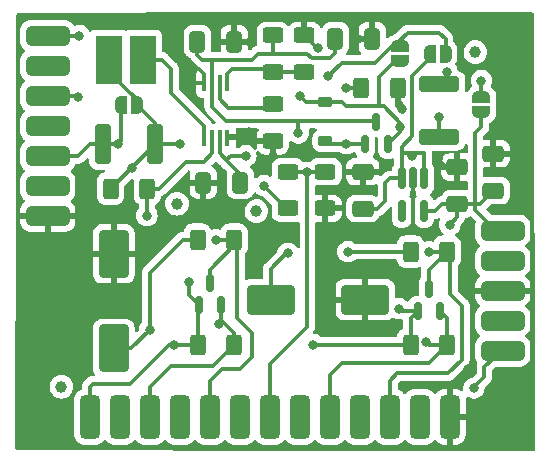
<source format=gtl>
G04 #@! TF.GenerationSoftware,KiCad,Pcbnew,7.0.5-0*
G04 #@! TF.CreationDate,2024-02-05T02:53:32-05:00*
G04 #@! TF.ProjectId,boostlet,626f6f73-746c-4657-942e-6b696361645f,rev?*
G04 #@! TF.SameCoordinates,Original*
G04 #@! TF.FileFunction,Copper,L1,Top*
G04 #@! TF.FilePolarity,Positive*
%FSLAX46Y46*%
G04 Gerber Fmt 4.6, Leading zero omitted, Abs format (unit mm)*
G04 Created by KiCad (PCBNEW 7.0.5-0) date 2024-02-05 02:53:32*
%MOMM*%
%LPD*%
G01*
G04 APERTURE LIST*
G04 Aperture macros list*
%AMRoundRect*
0 Rectangle with rounded corners*
0 $1 Rounding radius*
0 $2 $3 $4 $5 $6 $7 $8 $9 X,Y pos of 4 corners*
0 Add a 4 corners polygon primitive as box body*
4,1,4,$2,$3,$4,$5,$6,$7,$8,$9,$2,$3,0*
0 Add four circle primitives for the rounded corners*
1,1,$1+$1,$2,$3*
1,1,$1+$1,$4,$5*
1,1,$1+$1,$6,$7*
1,1,$1+$1,$8,$9*
0 Add four rect primitives between the rounded corners*
20,1,$1+$1,$2,$3,$4,$5,0*
20,1,$1+$1,$4,$5,$6,$7,0*
20,1,$1+$1,$6,$7,$8,$9,0*
20,1,$1+$1,$8,$9,$2,$3,0*%
%AMFreePoly0*
4,1,19,0.000000,0.744911,0.071157,0.744911,0.207708,0.704816,0.327430,0.627875,0.420627,0.520320,0.479746,0.390866,0.500000,0.250000,0.500000,-0.250000,0.479746,-0.390866,0.420627,-0.520320,0.327430,-0.627875,0.207708,-0.704816,0.071157,-0.744911,0.000000,-0.744911,0.000000,-0.750000,-0.500000,-0.750000,-0.500000,0.750000,0.000000,0.750000,0.000000,0.744911,0.000000,0.744911,
$1*%
%AMFreePoly1*
4,1,19,0.500000,-0.750000,0.000000,-0.750000,0.000000,-0.744911,-0.071157,-0.744911,-0.207708,-0.704816,-0.327430,-0.627875,-0.420627,-0.520320,-0.479746,-0.390866,-0.500000,-0.250000,-0.500000,0.250000,-0.479746,0.390866,-0.420627,0.520320,-0.327430,0.627875,-0.207708,0.704816,-0.071157,0.744911,0.000000,0.744911,0.000000,0.750000,0.500000,0.750000,0.500000,-0.750000,0.500000,-0.750000,
$1*%
G04 Aperture macros list end*
G04 #@! TA.AperFunction,CastellatedPad*
%ADD10RoundRect,0.425000X0.425000X-1.425000X0.425000X1.425000X-0.425000X1.425000X-0.425000X-1.425000X0*%
G04 #@! TD*
G04 #@! TA.AperFunction,SMDPad,CuDef*
%ADD11R,2.209800X4.064000*%
G04 #@! TD*
G04 #@! TA.AperFunction,CastellatedPad*
%ADD12RoundRect,0.425000X1.425000X0.425000X-1.425000X0.425000X-1.425000X-0.425000X1.425000X-0.425000X0*%
G04 #@! TD*
G04 #@! TA.AperFunction,SMDPad,CuDef*
%ADD13FreePoly0,90.000000*%
G04 #@! TD*
G04 #@! TA.AperFunction,SMDPad,CuDef*
%ADD14FreePoly1,90.000000*%
G04 #@! TD*
G04 #@! TA.AperFunction,SMDPad,CuDef*
%ADD15RoundRect,0.150000X-0.150000X0.755500X-0.150000X-0.755500X0.150000X-0.755500X0.150000X0.755500X0*%
G04 #@! TD*
G04 #@! TA.AperFunction,SMDPad,CuDef*
%ADD16R,0.381000X1.447800*%
G04 #@! TD*
G04 #@! TA.AperFunction,SMDPad,CuDef*
%ADD17RoundRect,0.250000X-1.450000X0.400000X-1.450000X-0.400000X1.450000X-0.400000X1.450000X0.400000X0*%
G04 #@! TD*
G04 #@! TA.AperFunction,CastellatedPad*
%ADD18RoundRect,0.425000X-1.425000X-0.425000X1.425000X-0.425000X1.425000X0.425000X-1.425000X0.425000X0*%
G04 #@! TD*
G04 #@! TA.AperFunction,SMDPad,CuDef*
%ADD19RoundRect,0.250000X-0.400000X-0.625000X0.400000X-0.625000X0.400000X0.625000X-0.400000X0.625000X0*%
G04 #@! TD*
G04 #@! TA.AperFunction,SMDPad,CuDef*
%ADD20RoundRect,0.150000X0.150000X-0.587500X0.150000X0.587500X-0.150000X0.587500X-0.150000X-0.587500X0*%
G04 #@! TD*
G04 #@! TA.AperFunction,SMDPad,CuDef*
%ADD21RoundRect,0.225000X-0.375000X0.225000X-0.375000X-0.225000X0.375000X-0.225000X0.375000X0.225000X0*%
G04 #@! TD*
G04 #@! TA.AperFunction,SMDPad,CuDef*
%ADD22RoundRect,0.250000X-1.750000X-1.000000X1.750000X-1.000000X1.750000X1.000000X-1.750000X1.000000X0*%
G04 #@! TD*
G04 #@! TA.AperFunction,SMDPad,CuDef*
%ADD23FreePoly1,180.000000*%
G04 #@! TD*
G04 #@! TA.AperFunction,SMDPad,CuDef*
%ADD24FreePoly0,180.000000*%
G04 #@! TD*
G04 #@! TA.AperFunction,SMDPad,CuDef*
%ADD25RoundRect,0.250000X0.625000X-0.400000X0.625000X0.400000X-0.625000X0.400000X-0.625000X-0.400000X0*%
G04 #@! TD*
G04 #@! TA.AperFunction,SMDPad,CuDef*
%ADD26C,1.000000*%
G04 #@! TD*
G04 #@! TA.AperFunction,SMDPad,CuDef*
%ADD27RoundRect,0.250000X-0.625000X0.400000X-0.625000X-0.400000X0.625000X-0.400000X0.625000X0.400000X0*%
G04 #@! TD*
G04 #@! TA.AperFunction,SMDPad,CuDef*
%ADD28RoundRect,0.250000X0.650000X-0.412500X0.650000X0.412500X-0.650000X0.412500X-0.650000X-0.412500X0*%
G04 #@! TD*
G04 #@! TA.AperFunction,SMDPad,CuDef*
%ADD29RoundRect,0.250000X0.400000X1.450000X-0.400000X1.450000X-0.400000X-1.450000X0.400000X-1.450000X0*%
G04 #@! TD*
G04 #@! TA.AperFunction,SMDPad,CuDef*
%ADD30FreePoly0,0.000000*%
G04 #@! TD*
G04 #@! TA.AperFunction,SMDPad,CuDef*
%ADD31FreePoly1,0.000000*%
G04 #@! TD*
G04 #@! TA.AperFunction,SMDPad,CuDef*
%ADD32RoundRect,0.250000X-0.412500X-0.650000X0.412500X-0.650000X0.412500X0.650000X-0.412500X0.650000X0*%
G04 #@! TD*
G04 #@! TA.AperFunction,SMDPad,CuDef*
%ADD33RoundRect,0.250000X0.412500X0.650000X-0.412500X0.650000X-0.412500X-0.650000X0.412500X-0.650000X0*%
G04 #@! TD*
G04 #@! TA.AperFunction,SMDPad,CuDef*
%ADD34RoundRect,0.250000X1.000000X-1.750000X1.000000X1.750000X-1.000000X1.750000X-1.000000X-1.750000X0*%
G04 #@! TD*
G04 #@! TA.AperFunction,ViaPad*
%ADD35C,0.800000*%
G04 #@! TD*
G04 #@! TA.AperFunction,Conductor*
%ADD36C,0.304800*%
G04 #@! TD*
G04 APERTURE END LIST*
D10*
G04 #@! TO.P,J1,1,Pin_1*
G04 #@! TO.N,VCC*
X107696000Y-113808000D03*
G04 #@! TO.P,J1,2,Pin_2*
G04 #@! TO.N,unconnected-(J1-Pin_2-Pad2)*
X110236000Y-113808000D03*
G04 #@! TO.P,J1,3,Pin_3*
G04 #@! TO.N,/NEO_IN2*
X112776000Y-113808000D03*
G04 #@! TO.P,J1,4,Pin_4*
G04 #@! TO.N,unconnected-(J1-Pin_4-Pad4)*
X115316000Y-113808000D03*
G04 #@! TO.P,J1,5,Pin_5*
G04 #@! TO.N,/NEO_OUT2*
X117856000Y-113808000D03*
G04 #@! TO.P,J1,6,Pin_6*
G04 #@! TO.N,unconnected-(J1-Pin_6-Pad6)*
X120396000Y-113808000D03*
G04 #@! TO.P,J1,7,Pin_7*
G04 #@! TO.N,/BATT_SIG*
X122936000Y-113808000D03*
G04 #@! TO.P,J1,8,Pin_8*
G04 #@! TO.N,unconnected-(J1-Pin_8-Pad8)*
X125476000Y-113808000D03*
G04 #@! TO.P,J1,9,Pin_9*
G04 #@! TO.N,/NEO_IN1*
X128016000Y-113808000D03*
G04 #@! TO.P,J1,10,Pin_10*
G04 #@! TO.N,unconnected-(J1-Pin_10-Pad10)*
X130556000Y-113808000D03*
G04 #@! TO.P,J1,11,Pin_11*
G04 #@! TO.N,/NEO_OUT1*
X133096000Y-113808000D03*
G04 #@! TO.P,J1,12,Pin_12*
G04 #@! TO.N,unconnected-(J1-Pin_12-Pad12)*
X135636000Y-113808000D03*
G04 #@! TO.P,J1,13,Pin_13*
G04 #@! TO.N,GND*
X138176000Y-113808000D03*
G04 #@! TD*
D11*
G04 #@! TO.P,L1,1,1*
G04 #@! TO.N,Net-(JP1-B)*
X109283500Y-83566000D03*
G04 #@! TO.P,L1,2,2*
G04 #@! TO.N,Net-(U1-LX)*
X112204500Y-83566000D03*
G04 #@! TD*
D12*
G04 #@! TO.P,J3,1,Pin_1*
G04 #@! TO.N,/5V*
X142637000Y-108204000D03*
G04 #@! TO.P,J3,2,Pin_2*
G04 #@! TO.N,unconnected-(J3-Pin_2-Pad2)*
X142637000Y-105664000D03*
G04 #@! TO.P,J3,3,Pin_3*
G04 #@! TO.N,GND*
X142637000Y-103124000D03*
G04 #@! TO.P,J3,4,Pin_4*
G04 #@! TO.N,unconnected-(J3-Pin_4-Pad4)*
X142637000Y-100584000D03*
G04 #@! TO.P,J3,5,Pin_5*
G04 #@! TO.N,/3.3V*
X142637000Y-98044000D03*
G04 #@! TD*
D13*
G04 #@! TO.P,JP4,2,B*
G04 #@! TO.N,VCC*
X140843000Y-86726000D03*
D14*
G04 #@! TO.P,JP4,1,A*
G04 #@! TO.N,/3.3V*
X140843000Y-88026000D03*
G04 #@! TD*
D15*
G04 #@! TO.P,U2,1,VIN*
G04 #@! TO.N,Net-(JP2-B)*
X136012000Y-93621000D03*
G04 #@! TO.P,U2,2,GND*
G04 #@! TO.N,GND*
X135062000Y-93621000D03*
G04 #@! TO.P,U2,3,EN*
G04 #@! TO.N,Net-(JP2-B)*
X134112000Y-93621000D03*
G04 #@! TO.P,U2,4,NC*
G04 #@! TO.N,unconnected-(U2-NC-Pad4)*
X134112000Y-96382000D03*
G04 #@! TO.P,U2,5,VOUT*
G04 #@! TO.N,/3.3V*
X136012000Y-96382000D03*
G04 #@! TD*
D16*
G04 #@! TO.P,U1,8,PGND*
G04 #@! TO.N,GND*
X117388640Y-85559900D03*
G04 #@! TO.P,U1,7,OUT*
G04 #@! TO.N,/V_BOOST*
X118038880Y-85559900D03*
G04 #@! TO.P,U1,6,RSET*
G04 #@! TO.N,Net-(U1-RSET)*
X118689120Y-85559900D03*
G04 #@! TO.P,U1,5,FB*
G04 #@! TO.N,Net-(U1-FB)*
X119339360Y-85559900D03*
G04 #@! TO.P,U1,4,AGND*
G04 #@! TO.N,GND*
X119339360Y-90208100D03*
G04 #@! TO.P,U1,3,VIN*
G04 #@! TO.N,Net-(JP1-B)*
X118689120Y-90208100D03*
G04 #@! TO.P,U1,2,EN*
G04 #@! TO.N,Net-(U1-EN)*
X118038880Y-90208100D03*
G04 #@! TO.P,U1,1,LX*
G04 #@! TO.N,Net-(U1-LX)*
X117388640Y-90208100D03*
G04 #@! TD*
D17*
G04 #@! TO.P,F2,1*
G04 #@! TO.N,/5V*
X137287000Y-85659000D03*
G04 #@! TO.P,F2,2*
G04 #@! TO.N,Net-(D2-K)*
X137287000Y-90109000D03*
G04 #@! TD*
D18*
G04 #@! TO.P,J2,1,Pin_1*
G04 #@! TO.N,/V_BUS*
X104124000Y-81554000D03*
G04 #@! TO.P,J2,2,Pin_2*
G04 #@! TO.N,unconnected-(J2-Pin_2-Pad2)*
X104124000Y-84094000D03*
G04 #@! TO.P,J2,3,Pin_3*
G04 #@! TO.N,VCC*
X104124000Y-86634000D03*
G04 #@! TO.P,J2,4,Pin_4*
G04 #@! TO.N,unconnected-(J2-Pin_4-Pad4)*
X104124000Y-89174000D03*
G04 #@! TO.P,J2,5,Pin_5*
G04 #@! TO.N,/V_BATT*
X104124000Y-91714000D03*
G04 #@! TO.P,J2,6,Pin_6*
G04 #@! TO.N,unconnected-(J2-Pin_6-Pad6)*
X104124000Y-94254000D03*
G04 #@! TO.P,J2,7,Pin_7*
G04 #@! TO.N,GND*
X104124000Y-96794000D03*
G04 #@! TD*
D19*
G04 #@! TO.P,R11,1*
G04 #@! TO.N,/V_BUS*
X130657000Y-85979000D03*
G04 #@! TO.P,R11,2*
G04 #@! TO.N,GND*
X133757000Y-85979000D03*
G04 #@! TD*
D20*
G04 #@! TO.P,Q3,1,G*
G04 #@! TO.N,/V_BUS*
X131003000Y-90726500D03*
G04 #@! TO.P,Q3,2,S*
G04 #@! TO.N,Net-(D2-K)*
X132903000Y-90726500D03*
G04 #@! TO.P,Q3,3,D*
G04 #@! TO.N,/V_BOOST*
X131953000Y-88851500D03*
G04 #@! TD*
D21*
G04 #@! TO.P,D2,2,A*
G04 #@! TO.N,/V_BUS*
X127635000Y-90423000D03*
G04 #@! TO.P,D2,1,K*
G04 #@! TO.N,Net-(D2-K)*
X127635000Y-87123000D03*
G04 #@! TD*
D22*
G04 #@! TO.P,C1,2*
G04 #@! TO.N,GND*
X131000000Y-103886000D03*
G04 #@! TO.P,C1,1*
G04 #@! TO.N,/5V*
X123000000Y-103886000D03*
G04 #@! TD*
D23*
G04 #@! TO.P,JP2,1,A*
G04 #@! TO.N,/5V*
X137810000Y-83058000D03*
D24*
G04 #@! TO.P,JP2,2,B*
G04 #@! TO.N,Net-(JP2-B)*
X136510000Y-83058000D03*
G04 #@! TD*
D25*
G04 #@! TO.P,R8,2*
G04 #@! TO.N,GND*
X125857000Y-81508000D03*
G04 #@! TO.P,R8,1*
G04 #@! TO.N,Net-(U1-FB)*
X125857000Y-84608000D03*
G04 #@! TD*
D19*
G04 #@! TO.P,R3,2*
G04 #@! TO.N,Net-(U1-EN)*
X112548000Y-94488000D03*
G04 #@! TO.P,R3,1*
G04 #@! TO.N,Net-(JP1-B)*
X109448000Y-94488000D03*
G04 #@! TD*
D14*
G04 #@! TO.P,JP3,1,A*
G04 #@! TO.N,Net-(D2-K)*
X133985000Y-83708000D03*
D13*
G04 #@! TO.P,JP3,2,B*
G04 #@! TO.N,/5V*
X133985000Y-82408000D03*
G04 #@! TD*
D26*
G04 #@! TO.P,FID1,*
G04 #@! TO.N,*
X105283000Y-111252000D03*
G04 #@! TD*
D25*
G04 #@! TO.P,R9,2*
G04 #@! TO.N,/BATT_SIG*
X124460000Y-93065000D03*
G04 #@! TO.P,R9,1*
G04 #@! TO.N,/V_BATT*
X124460000Y-96165000D03*
G04 #@! TD*
D27*
G04 #@! TO.P,R7,1*
G04 #@! TO.N,/V_BOOST*
X123190000Y-81508000D03*
G04 #@! TO.P,R7,2*
G04 #@! TO.N,Net-(U1-FB)*
X123190000Y-84608000D03*
G04 #@! TD*
D19*
G04 #@! TO.P,R1,2*
G04 #@! TO.N,/NEO_IN1*
X137948000Y-107696000D03*
G04 #@! TO.P,R1,1*
G04 #@! TO.N,VCC*
X134848000Y-107696000D03*
G04 #@! TD*
D28*
G04 #@! TO.P,C6,2*
G04 #@! TO.N,GND*
X141859000Y-91528500D03*
G04 #@! TO.P,C6,1*
G04 #@! TO.N,/3.3V*
X141859000Y-94653500D03*
G04 #@! TD*
D26*
G04 #@! TO.P,FID3,*
G04 #@! TO.N,*
X140335000Y-82931000D03*
G04 #@! TD*
D20*
G04 #@! TO.P,Q1,3,D*
G04 #@! TO.N,/NEO_OUT1*
X136398000Y-102948500D03*
G04 #@! TO.P,Q1,2,S*
G04 #@! TO.N,/NEO_IN1*
X137348000Y-104823500D03*
G04 #@! TO.P,Q1,1,G*
G04 #@! TO.N,VCC*
X135448000Y-104823500D03*
G04 #@! TD*
D29*
G04 #@! TO.P,F1,1*
G04 #@! TO.N,Net-(JP1-B)*
X113223000Y-90678000D03*
G04 #@! TO.P,F1,2*
G04 #@! TO.N,/V_BATT*
X108773000Y-90678000D03*
G04 #@! TD*
D20*
G04 #@! TO.P,Q2,3,D*
G04 #@! TO.N,/NEO_OUT2*
X117856000Y-102440500D03*
G04 #@! TO.P,Q2,2,S*
G04 #@! TO.N,/NEO_IN2*
X118806000Y-104315500D03*
G04 #@! TO.P,Q2,1,G*
G04 #@! TO.N,VCC*
X116906000Y-104315500D03*
G04 #@! TD*
D19*
G04 #@! TO.P,R2,2*
G04 #@! TO.N,/NEO_OUT1*
X137948000Y-99822000D03*
G04 #@! TO.P,R2,1*
G04 #@! TO.N,/5V*
X134848000Y-99822000D03*
G04 #@! TD*
D30*
G04 #@! TO.P,JP1,2,B*
G04 #@! TO.N,Net-(JP1-B)*
X111648000Y-87376000D03*
D31*
G04 #@! TO.P,JP1,1,A*
G04 #@! TO.N,/V_BATT*
X110348000Y-87376000D03*
G04 #@! TD*
D19*
G04 #@! TO.P,R4,2*
G04 #@! TO.N,/NEO_IN2*
X119914000Y-107696000D03*
G04 #@! TO.P,R4,1*
G04 #@! TO.N,VCC*
X116814000Y-107696000D03*
G04 #@! TD*
D28*
G04 #@! TO.P,C8,2*
G04 #@! TO.N,GND*
X138811000Y-92671500D03*
G04 #@! TO.P,C8,1*
G04 #@! TO.N,/3.3V*
X138811000Y-95796500D03*
G04 #@! TD*
D19*
G04 #@! TO.P,R5,2*
G04 #@! TO.N,/NEO_OUT2*
X119914000Y-98806000D03*
G04 #@! TO.P,R5,1*
G04 #@! TO.N,/5V*
X116814000Y-98806000D03*
G04 #@! TD*
D32*
G04 #@! TO.P,C5,2*
G04 #@! TO.N,GND*
X119926500Y-82042000D03*
G04 #@! TO.P,C5,1*
G04 #@! TO.N,/V_BOOST*
X116801500Y-82042000D03*
G04 #@! TD*
D26*
G04 #@! TO.P,FID2,*
G04 #@! TO.N,*
X115062000Y-95758000D03*
G04 #@! TD*
D27*
G04 #@! TO.P,R10,2*
G04 #@! TO.N,GND*
X127635000Y-96165000D03*
G04 #@! TO.P,R10,1*
G04 #@! TO.N,/BATT_SIG*
X127635000Y-93065000D03*
G04 #@! TD*
D32*
G04 #@! TO.P,C7,2*
G04 #@! TO.N,GND*
X131610500Y-81788000D03*
G04 #@! TO.P,C7,1*
G04 #@! TO.N,/V_BOOST*
X128485500Y-81788000D03*
G04 #@! TD*
D33*
G04 #@! TO.P,C2,2*
G04 #@! TO.N,GND*
X117309500Y-93980000D03*
G04 #@! TO.P,C2,1*
G04 #@! TO.N,Net-(JP1-B)*
X120434500Y-93980000D03*
G04 #@! TD*
D28*
G04 #@! TO.P,C3,2*
G04 #@! TO.N,GND*
X130810000Y-93052500D03*
G04 #@! TO.P,C3,1*
G04 #@! TO.N,Net-(JP2-B)*
X130810000Y-96177500D03*
G04 #@! TD*
D27*
G04 #@! TO.P,R6,1*
G04 #@! TO.N,Net-(U1-RSET)*
X123190000Y-87350000D03*
G04 #@! TO.P,R6,2*
G04 #@! TO.N,GND*
X123190000Y-90450000D03*
G04 #@! TD*
D34*
G04 #@! TO.P,C4,1*
G04 #@! TO.N,/5V*
X109728000Y-108013000D03*
G04 #@! TO.P,C4,2*
G04 #@! TO.N,GND*
X109728000Y-100013000D03*
G04 #@! TD*
D26*
G04 #@! TO.P,FID4,*
G04 #@! TO.N,*
X121793000Y-96393000D03*
G04 #@! TD*
D35*
G04 #@! TO.N,GND*
X142240000Y-89662000D03*
X137160000Y-91948000D03*
G04 #@! TO.N,/5V*
X137922000Y-84582000D03*
G04 #@! TO.N,GND*
X133350000Y-98171000D03*
G04 #@! TO.N,/5V*
X127889000Y-84963000D03*
G04 #@! TO.N,GND*
X134112000Y-87757000D03*
G04 #@! TO.N,VCC*
X140843000Y-85344000D03*
X106680000Y-86741000D03*
G04 #@! TO.N,/V_BUS*
X129413000Y-85979000D03*
X129413000Y-90678000D03*
X106807000Y-81534000D03*
G04 #@! TO.N,Net-(D2-K)*
X133985000Y-89281000D03*
X137287000Y-88392000D03*
G04 #@! TO.N,/5V*
X129540000Y-99822000D03*
X140208000Y-111379000D03*
X112776000Y-106426000D03*
X124460000Y-99949000D03*
G04 #@! TO.N,/V_BATT*
X122428000Y-94234000D03*
X110109000Y-90678000D03*
G04 #@! TO.N,/V_BOOST*
X125349000Y-89789000D03*
G04 #@! TO.N,Net-(JP1-B)*
X111252000Y-92710000D03*
X120904000Y-91694000D03*
X115316000Y-90678000D03*
G04 #@! TO.N,/3.3V*
X138176000Y-97536000D03*
G04 #@! TO.N,/NEO_OUT1*
X136398000Y-99822000D03*
G04 #@! TO.N,GND*
X121285000Y-82042000D03*
X121158000Y-89662000D03*
X127000000Y-82550000D03*
X116205000Y-84328000D03*
X130429000Y-81788000D03*
X139700000Y-109728000D03*
X123190000Y-91694000D03*
X117309500Y-95973500D03*
X131826000Y-101346000D03*
X113030000Y-99060000D03*
X139700000Y-102616000D03*
G04 #@! TO.N,VCC*
X116078000Y-102362000D03*
X126619000Y-107696000D03*
X114808000Y-107696000D03*
X133858000Y-104648000D03*
G04 #@! TO.N,/NEO_OUT2*
X118364000Y-98806000D03*
G04 #@! TO.N,/BATT_SIG*
X126111000Y-93091000D03*
G04 #@! TO.N,/NEO_IN1*
X136144000Y-107442000D03*
G04 #@! TO.N,/NEO_IN2*
X118618000Y-105918000D03*
G04 #@! TO.N,Net-(D2-K)*
X125476000Y-86614000D03*
G04 #@! TO.N,Net-(JP2-B)*
X135001000Y-91694000D03*
G04 #@! TO.N,Net-(U1-EN)*
X112522000Y-96774000D03*
G04 #@! TD*
D36*
G04 #@! TO.N,/NEO_OUT1*
X133096000Y-110744000D02*
X133731000Y-110109000D01*
X138176000Y-100050000D02*
X137948000Y-99822000D01*
X133731000Y-110109000D02*
X138049000Y-110109000D01*
X133096000Y-114808000D02*
X133096000Y-110744000D01*
X138049000Y-110109000D02*
X139192000Y-108966000D01*
X139192000Y-108966000D02*
X139192000Y-104394000D01*
X139192000Y-104394000D02*
X138176000Y-103378000D01*
X138176000Y-103378000D02*
X138176000Y-100050000D01*
G04 #@! TO.N,GND*
X119339360Y-90004900D02*
X120815100Y-90004900D01*
X120815100Y-90004900D02*
X121158000Y-89662000D01*
G04 #@! TO.N,/5V*
X127889000Y-84963000D02*
X129032000Y-83820000D01*
X129032000Y-83820000D02*
X131826000Y-83820000D01*
X131826000Y-83820000D02*
X133238000Y-82408000D01*
X133238000Y-82408000D02*
X133985000Y-82408000D01*
G04 #@! TO.N,Net-(D2-K)*
X133985000Y-88900000D02*
X132588000Y-87503000D01*
X133985000Y-89281000D02*
X133985000Y-89662000D01*
X133985000Y-89662000D02*
X132920500Y-90726500D01*
X133985000Y-89281000D02*
X133985000Y-88900000D01*
X132588000Y-87503000D02*
X132334000Y-87503000D01*
X132920500Y-90726500D02*
X132903000Y-90726500D01*
G04 #@! TO.N,GND*
X141859000Y-90043000D02*
X142240000Y-89662000D01*
X141859000Y-91528500D02*
X141859000Y-90043000D01*
X137883500Y-92671500D02*
X137160000Y-91948000D01*
X138811000Y-92671500D02*
X137883500Y-92671500D01*
G04 #@! TO.N,/5V*
X137922000Y-85024000D02*
X137922000Y-84582000D01*
X137287000Y-85659000D02*
X137922000Y-85024000D01*
G04 #@! TO.N,GND*
X116205000Y-84328000D02*
X116967000Y-84328000D01*
X116967000Y-84328000D02*
X117388640Y-84749640D01*
X117388640Y-84749640D02*
X117388640Y-85559900D01*
G04 #@! TO.N,/3.3V*
X138176000Y-97536000D02*
X138811000Y-96901000D01*
X138811000Y-96901000D02*
X138811000Y-95796500D01*
G04 #@! TO.N,GND*
X133350000Y-98171000D02*
X134620000Y-98171000D01*
X135062000Y-97729000D02*
X135062000Y-93621000D01*
X134620000Y-98171000D02*
X135062000Y-97729000D01*
X134112000Y-87757000D02*
X134112000Y-87376000D01*
X134112000Y-87376000D02*
X133757000Y-87021000D01*
X133757000Y-87021000D02*
X133757000Y-85979000D01*
G04 #@! TO.N,/V_BOOST*
X121920000Y-83058000D02*
X123190000Y-83058000D01*
X123190000Y-83058000D02*
X126111000Y-83058000D01*
X123190000Y-81508000D02*
X123190000Y-83058000D01*
G04 #@! TO.N,Net-(D2-K)*
X132334000Y-87503000D02*
X132207000Y-87376000D01*
X132207000Y-85034000D02*
X133533000Y-83708000D01*
X132207000Y-87376000D02*
X132207000Y-85034000D01*
X133533000Y-83708000D02*
X133985000Y-83708000D01*
G04 #@! TO.N,/V_BOOST*
X131826000Y-88724500D02*
X125349000Y-88724500D01*
X125349000Y-88724500D02*
X119204500Y-88724500D01*
X125349000Y-89789000D02*
X125349000Y-88724500D01*
X121412000Y-83566000D02*
X121920000Y-83058000D01*
X126111000Y-83058000D02*
X126482400Y-83429400D01*
X128025600Y-83429400D02*
X128485500Y-82969500D01*
X126482400Y-83429400D02*
X128025600Y-83429400D01*
X128485500Y-82969500D02*
X128485500Y-81788000D01*
G04 #@! TO.N,GND*
X127000000Y-82550000D02*
X126899000Y-82550000D01*
X126899000Y-82550000D02*
X125857000Y-81508000D01*
X131483500Y-81788000D02*
X131864500Y-81407000D01*
X130429000Y-81788000D02*
X131483500Y-81788000D01*
G04 #@! TO.N,/5V*
X140208000Y-111379000D02*
X140208000Y-111315500D01*
X141097000Y-109601000D02*
X142494000Y-108204000D01*
X140208000Y-111315500D02*
X141097000Y-110426500D01*
X141097000Y-110426500D02*
X141097000Y-109601000D01*
X142494000Y-108204000D02*
X143637000Y-108204000D01*
G04 #@! TO.N,/3.3V*
X143637000Y-98044000D02*
X142113000Y-98044000D01*
X142113000Y-98044000D02*
X140335000Y-96266000D01*
X140335000Y-96266000D02*
X140335000Y-95796500D01*
G04 #@! TO.N,VCC*
X140843000Y-86726000D02*
X140843000Y-85344000D01*
G04 #@! TO.N,/5V*
X112776000Y-106426000D02*
X111189000Y-108013000D01*
X111189000Y-108013000D02*
X109728000Y-108013000D01*
X115570000Y-98806000D02*
X116814000Y-98806000D01*
X112776000Y-106426000D02*
X112776000Y-101600000D01*
X112776000Y-101600000D02*
X115570000Y-98806000D01*
G04 #@! TO.N,VCC*
X107696000Y-114808000D02*
X107696000Y-111252000D01*
X107950000Y-110998000D02*
X111125000Y-110998000D01*
X114427000Y-107696000D02*
X114808000Y-107696000D01*
X107696000Y-111252000D02*
X107950000Y-110998000D01*
X111125000Y-110998000D02*
X114427000Y-107696000D01*
G04 #@! TO.N,/V_BATT*
X110109000Y-90678000D02*
X110348000Y-90439000D01*
X110348000Y-90439000D02*
X110348000Y-87376000D01*
X110109000Y-90678000D02*
X108773000Y-90678000D01*
G04 #@! TO.N,VCC*
X106573000Y-86634000D02*
X106680000Y-86741000D01*
X103124000Y-86634000D02*
X106573000Y-86634000D01*
G04 #@! TO.N,/V_BATT*
X103124000Y-91714000D02*
X106708055Y-91714000D01*
X107744055Y-90678000D02*
X108773000Y-90678000D01*
X106708055Y-91714000D02*
X107744055Y-90678000D01*
G04 #@! TO.N,/V_BUS*
X129413000Y-85979000D02*
X130657000Y-85979000D01*
X106787000Y-81554000D02*
X106807000Y-81534000D01*
X103124000Y-81554000D02*
X106787000Y-81554000D01*
G04 #@! TO.N,Net-(U1-FB)*
X125857000Y-84608000D02*
X123190000Y-84608000D01*
G04 #@! TO.N,/V_BUS*
X131003000Y-90726500D02*
X127938500Y-90726500D01*
X127938500Y-90726500D02*
X127635000Y-90423000D01*
G04 #@! TO.N,Net-(D2-K)*
X127635000Y-87123000D02*
X125985000Y-87123000D01*
X125985000Y-87123000D02*
X125476000Y-86614000D01*
G04 #@! TO.N,Net-(JP2-B)*
X134112000Y-91440000D02*
X134112000Y-90932000D01*
X134112000Y-90932000D02*
X135001000Y-90043000D01*
X135001000Y-90043000D02*
X135001000Y-84963000D01*
X135001000Y-84963000D02*
X136510000Y-83454000D01*
X136510000Y-83454000D02*
X136510000Y-83058000D01*
X134112000Y-91440000D02*
X135001000Y-91440000D01*
X135001000Y-91440000D02*
X136017000Y-91440000D01*
X135001000Y-91694000D02*
X135001000Y-91440000D01*
X136017000Y-91440000D02*
X136017000Y-93616000D01*
X136017000Y-93616000D02*
X136012000Y-93621000D01*
X130810000Y-96177500D02*
X132041500Y-96177500D01*
X132041500Y-96177500D02*
X132715000Y-95504000D01*
X132715000Y-94024000D02*
X133118000Y-93621000D01*
X133118000Y-93621000D02*
X134112000Y-93621000D01*
X132715000Y-95504000D02*
X132715000Y-94024000D01*
G04 #@! TO.N,/3.3V*
X138811000Y-95796500D02*
X137502500Y-95796500D01*
X137502500Y-95796500D02*
X136917000Y-96382000D01*
X136917000Y-96382000D02*
X136012000Y-96382000D01*
X140335000Y-95796500D02*
X140716000Y-95796500D01*
X140716000Y-95796500D02*
X141859000Y-94653500D01*
X138811000Y-95796500D02*
X140335000Y-95796500D01*
X140843000Y-89281000D02*
X140843000Y-88026000D01*
X140335000Y-95796500D02*
X140335000Y-89789000D01*
X140335000Y-89789000D02*
X140843000Y-89281000D01*
G04 #@! TO.N,/5V*
X134620000Y-81280000D02*
X137287000Y-81280000D01*
X133985000Y-82408000D02*
X133985000Y-81915000D01*
X137810000Y-81803000D02*
X137810000Y-83058000D01*
X133985000Y-81915000D02*
X134620000Y-81280000D01*
X137287000Y-81280000D02*
X137810000Y-81803000D01*
G04 #@! TO.N,Net-(D2-K)*
X129413000Y-87503000D02*
X132334000Y-87503000D01*
X127635000Y-87123000D02*
X129033000Y-87123000D01*
X129033000Y-87123000D02*
X129413000Y-87503000D01*
G04 #@! TO.N,/V_BOOST*
X131953000Y-88851500D02*
X131826000Y-88724500D01*
X119204500Y-88724500D02*
X118038880Y-87558880D01*
X118038880Y-87558880D02*
X118038880Y-85559900D01*
G04 #@! TO.N,GND*
X117388640Y-85559900D02*
X117388640Y-85763100D01*
G04 #@! TO.N,Net-(U1-FB)*
X119339360Y-85763100D02*
X119339360Y-84749640D01*
X119339360Y-84749640D02*
X119761000Y-84328000D01*
X119761000Y-84328000D02*
X122910000Y-84328000D01*
X122910000Y-84328000D02*
X123190000Y-84608000D01*
G04 #@! TO.N,GND*
X121285000Y-82042000D02*
X119926500Y-82042000D01*
G04 #@! TO.N,/V_BOOST*
X118983760Y-83566000D02*
X118110000Y-83566000D01*
X118110000Y-83566000D02*
X117221000Y-83566000D01*
X118038880Y-83637120D02*
X118110000Y-83566000D01*
X118038880Y-85559900D02*
X118038880Y-83637120D01*
X117221000Y-83566000D02*
X116801500Y-83146500D01*
G04 #@! TO.N,Net-(JP2-B)*
X134112000Y-91440000D02*
X134112000Y-93621000D01*
G04 #@! TO.N,Net-(D2-K)*
X137287000Y-90109000D02*
X137287000Y-88392000D01*
G04 #@! TO.N,/BATT_SIG*
X126111000Y-93091000D02*
X124486000Y-93091000D01*
X124486000Y-93091000D02*
X124460000Y-93065000D01*
X127635000Y-93065000D02*
X126137000Y-93065000D01*
X126137000Y-93065000D02*
X126111000Y-93091000D01*
X126111000Y-93091000D02*
X126111000Y-106172000D01*
X126111000Y-106172000D02*
X122936000Y-109347000D01*
X122936000Y-109347000D02*
X122936000Y-114808000D01*
G04 #@! TO.N,/5V*
X123000000Y-101282000D02*
X123000000Y-103886000D01*
X124460000Y-99949000D02*
X124333000Y-99949000D01*
X124333000Y-99949000D02*
X123000000Y-101282000D01*
X129540000Y-99822000D02*
X134848000Y-99822000D01*
G04 #@! TO.N,/V_BOOST*
X116801500Y-83146500D02*
X116801500Y-82042000D01*
X118983760Y-83566000D02*
X121412000Y-83566000D01*
G04 #@! TO.N,VCC*
X134848000Y-107696000D02*
X126619000Y-107696000D01*
G04 #@! TO.N,Net-(JP1-B)*
X111648000Y-87376000D02*
X111648000Y-86927630D01*
X111648000Y-86927630D02*
X110993970Y-86273600D01*
X109640447Y-84938573D02*
X109640447Y-83922947D01*
X110993970Y-86273600D02*
X110975474Y-86273600D01*
X110975474Y-86273600D02*
X109640447Y-84938573D01*
G04 #@! TO.N,GND*
X109728000Y-100013000D02*
X112077000Y-100013000D01*
X112077000Y-100013000D02*
X113030000Y-99060000D01*
G04 #@! TO.N,/V_BATT*
X124460000Y-96266000D02*
X122428000Y-94234000D01*
G04 #@! TO.N,Net-(JP1-B)*
X118689120Y-91511120D02*
X118689120Y-90004900D01*
X109448000Y-94488000D02*
X113223000Y-90713000D01*
X120434500Y-93980000D02*
X120434500Y-93256500D01*
X119253000Y-92075000D02*
X119634000Y-91694000D01*
X113223000Y-88951000D02*
X113223000Y-90678000D01*
X120434500Y-93256500D02*
X119253000Y-92075000D01*
X119634000Y-91694000D02*
X120904000Y-91694000D01*
X113223000Y-90678000D02*
X115316000Y-90678000D01*
X119253000Y-92075000D02*
X118689120Y-91511120D01*
X111648000Y-87376000D02*
X113223000Y-88951000D01*
G04 #@! TO.N,/NEO_OUT1*
X137948000Y-99822000D02*
X136398000Y-99822000D01*
X136398000Y-102948500D02*
X136398000Y-101372000D01*
X136398000Y-101372000D02*
X137948000Y-99822000D01*
G04 #@! TO.N,GND*
X139700000Y-109728000D02*
X138176000Y-111252000D01*
X140208000Y-103124000D02*
X143637000Y-103124000D01*
X131000000Y-102172000D02*
X131826000Y-101346000D01*
X123190000Y-90450000D02*
X123190000Y-91694000D01*
X117348000Y-96012000D02*
X117309500Y-95973500D01*
X131000000Y-103886000D02*
X131000000Y-102172000D01*
X138176000Y-111252000D02*
X138176000Y-114808000D01*
X139700000Y-102616000D02*
X140208000Y-103124000D01*
X117309500Y-93980000D02*
X117309500Y-95973500D01*
G04 #@! TO.N,VCC*
X134848000Y-105423500D02*
X135448000Y-104823500D01*
X134848000Y-107696000D02*
X134848000Y-105423500D01*
X135448000Y-104823500D02*
X134033500Y-104823500D01*
X114808000Y-107696000D02*
X116814000Y-107696000D01*
X116906000Y-104315500D02*
X116078000Y-103487500D01*
X134033500Y-104823500D02*
X133858000Y-104648000D01*
X116814000Y-107696000D02*
X116814000Y-104407500D01*
X116078000Y-103487500D02*
X116078000Y-102362000D01*
X116814000Y-104407500D02*
X116906000Y-104315500D01*
G04 #@! TO.N,/NEO_OUT2*
X120396000Y-109728000D02*
X118872000Y-109728000D01*
X121412000Y-106680000D02*
X121412000Y-108712000D01*
X119914000Y-98806000D02*
X120142000Y-99034000D01*
X120142000Y-105410000D02*
X121412000Y-106680000D01*
X118872000Y-109728000D02*
X117856000Y-110744000D01*
X117856000Y-102440500D02*
X117856000Y-101346000D01*
X117856000Y-101346000D02*
X119914000Y-99288000D01*
X119914000Y-99288000D02*
X119914000Y-98806000D01*
X120142000Y-99034000D02*
X120142000Y-105410000D01*
X121412000Y-108712000D02*
X120396000Y-109728000D01*
X117856000Y-110744000D02*
X117856000Y-114808000D01*
X119914000Y-98806000D02*
X118364000Y-98806000D01*
G04 #@! TO.N,/NEO_IN1*
X128016000Y-110236000D02*
X128016000Y-114808000D01*
X137948000Y-107696000D02*
X136424000Y-109220000D01*
X137948000Y-107696000D02*
X136398000Y-107696000D01*
X137948000Y-105423500D02*
X137348000Y-104823500D01*
X129032000Y-109220000D02*
X128016000Y-110236000D01*
X136424000Y-109220000D02*
X129032000Y-109220000D01*
X136398000Y-107696000D02*
X136144000Y-107442000D01*
X137948000Y-107696000D02*
X137948000Y-105423500D01*
G04 #@! TO.N,/NEO_IN2*
X112776000Y-111252000D02*
X114554000Y-109474000D01*
X112776000Y-114808000D02*
X112776000Y-111252000D01*
X118806000Y-105730000D02*
X118618000Y-105918000D01*
X119914000Y-107696000D02*
X119914000Y-106706000D01*
X114554000Y-109474000D02*
X118136000Y-109474000D01*
X118806000Y-105598000D02*
X118806000Y-104315500D01*
X118136000Y-109474000D02*
X119914000Y-107696000D01*
X118806000Y-104315500D02*
X118806000Y-105730000D01*
X119914000Y-106706000D02*
X118806000Y-105598000D01*
G04 #@! TO.N,Net-(U1-LX)*
X117388640Y-89194640D02*
X117388640Y-90004900D01*
X114554000Y-84328000D02*
X114554000Y-86360000D01*
X112204500Y-83566000D02*
X113792000Y-83566000D01*
X113792000Y-83566000D02*
X114554000Y-84328000D01*
X114554000Y-86360000D02*
X117388640Y-89194640D01*
G04 #@! TO.N,Net-(U1-RSET)*
X118689120Y-85763100D02*
X118689120Y-86939120D01*
X119380000Y-87630000D02*
X122910000Y-87630000D01*
X118689120Y-86939120D02*
X119380000Y-87630000D01*
X122910000Y-87630000D02*
X123190000Y-87350000D01*
G04 #@! TO.N,Net-(U1-EN)*
X118038880Y-91511120D02*
X118038880Y-90004900D01*
X112548000Y-94488000D02*
X113538000Y-94488000D01*
X117348000Y-92202000D02*
X118038880Y-91511120D01*
X112548000Y-96748000D02*
X112522000Y-96774000D01*
X112548000Y-94488000D02*
X112548000Y-96748000D01*
X113538000Y-94488000D02*
X115824000Y-92202000D01*
X115824000Y-92202000D02*
X117348000Y-92202000D01*
G04 #@! TD*
G04 #@! TA.AperFunction,Conductor*
G04 #@! TO.N,GND*
G36*
X121945101Y-89397085D02*
G01*
X121990856Y-89449889D01*
X122000800Y-89519047D01*
X121975328Y-89578311D01*
X121972685Y-89581653D01*
X121880643Y-89730875D01*
X121880641Y-89730880D01*
X121825494Y-89897302D01*
X121825493Y-89897309D01*
X121815000Y-90000013D01*
X121815000Y-90200000D01*
X123316000Y-90200000D01*
X123383039Y-90219685D01*
X123428794Y-90272489D01*
X123440000Y-90324000D01*
X123440000Y-91599999D01*
X123864972Y-91599999D01*
X123864986Y-91599998D01*
X123967697Y-91589505D01*
X124134119Y-91534358D01*
X124134124Y-91534356D01*
X124283345Y-91442315D01*
X124407315Y-91318345D01*
X124499356Y-91169124D01*
X124499358Y-91169119D01*
X124554505Y-91002697D01*
X124554506Y-91002690D01*
X124564999Y-90899986D01*
X124564999Y-90575832D01*
X124584683Y-90508793D01*
X124637487Y-90463038D01*
X124706646Y-90453094D01*
X124761881Y-90475512D01*
X124876805Y-90559009D01*
X124896270Y-90573151D01*
X125069192Y-90650142D01*
X125069197Y-90650144D01*
X125254354Y-90689500D01*
X125254355Y-90689500D01*
X125443644Y-90689500D01*
X125443646Y-90689500D01*
X125628803Y-90650144D01*
X125801730Y-90573151D01*
X125954871Y-90461888D01*
X126081533Y-90321216D01*
X126176179Y-90157284D01*
X126234674Y-89977256D01*
X126254460Y-89789000D01*
X126234674Y-89600744D01*
X126214844Y-89539716D01*
X126212850Y-89469878D01*
X126248930Y-89410045D01*
X126311631Y-89379216D01*
X126332776Y-89377400D01*
X126771193Y-89377400D01*
X126838232Y-89397085D01*
X126883987Y-89449889D01*
X126893931Y-89519047D01*
X126864906Y-89582603D01*
X126836290Y-89606938D01*
X126806959Y-89625029D01*
X126806955Y-89625032D01*
X126687032Y-89744955D01*
X126687029Y-89744959D01*
X126598001Y-89889294D01*
X126597996Y-89889305D01*
X126544651Y-90050290D01*
X126534500Y-90149647D01*
X126534500Y-90696337D01*
X126534501Y-90696355D01*
X126544650Y-90795707D01*
X126544651Y-90795710D01*
X126597996Y-90956694D01*
X126598001Y-90956705D01*
X126687029Y-91101040D01*
X126687032Y-91101044D01*
X126806955Y-91220967D01*
X126806959Y-91220970D01*
X126951294Y-91309998D01*
X126951297Y-91309999D01*
X126951303Y-91310003D01*
X127112292Y-91363349D01*
X127211655Y-91373500D01*
X127817373Y-91373499D01*
X127848210Y-91377395D01*
X127856015Y-91379399D01*
X127856017Y-91379399D01*
X127856020Y-91379400D01*
X127877361Y-91379400D01*
X127896758Y-91380926D01*
X127917829Y-91384264D01*
X127966376Y-91379674D01*
X127972213Y-91379400D01*
X128806083Y-91379400D01*
X128873122Y-91399085D01*
X128878960Y-91403076D01*
X128901555Y-91419492D01*
X128960270Y-91462151D01*
X129133192Y-91539142D01*
X129133197Y-91539144D01*
X129318354Y-91578500D01*
X129318355Y-91578500D01*
X129507644Y-91578500D01*
X129507646Y-91578500D01*
X129692803Y-91539144D01*
X129865730Y-91462151D01*
X129947032Y-91403081D01*
X130012838Y-91379602D01*
X130019917Y-91379400D01*
X130101502Y-91379400D01*
X130168541Y-91399085D01*
X130214296Y-91451889D01*
X130220578Y-91468805D01*
X130251254Y-91574393D01*
X130251255Y-91574396D01*
X130327239Y-91702879D01*
X130344422Y-91770603D01*
X130322262Y-91836866D01*
X130267796Y-91880629D01*
X130220508Y-91890000D01*
X130110029Y-91890000D01*
X130110012Y-91890001D01*
X130007302Y-91900494D01*
X129840880Y-91955641D01*
X129840875Y-91955643D01*
X129691654Y-92047684D01*
X129567684Y-92171654D01*
X129475643Y-92320875D01*
X129475641Y-92320880D01*
X129420494Y-92487302D01*
X129420493Y-92487309D01*
X129410000Y-92590013D01*
X129410000Y-92802500D01*
X132209999Y-92802500D01*
X132209999Y-92590028D01*
X132209998Y-92590013D01*
X132199505Y-92487302D01*
X132144358Y-92320880D01*
X132144356Y-92320875D01*
X132052315Y-92171654D01*
X131928345Y-92047684D01*
X131779124Y-91955643D01*
X131779121Y-91955642D01*
X131708702Y-91932307D01*
X131651257Y-91892533D01*
X131624435Y-91828017D01*
X131636751Y-91759242D01*
X131660025Y-91726920D01*
X131671081Y-91715865D01*
X131754744Y-91574398D01*
X131789462Y-91454900D01*
X131800597Y-91416573D01*
X131800598Y-91416567D01*
X131801974Y-91399085D01*
X131803500Y-91379694D01*
X131803500Y-90213499D01*
X131823185Y-90146461D01*
X131875989Y-90100706D01*
X131927500Y-90089500D01*
X131978500Y-90089500D01*
X132045539Y-90109185D01*
X132091294Y-90161989D01*
X132102500Y-90213500D01*
X132102500Y-91379701D01*
X132105401Y-91416567D01*
X132105402Y-91416573D01*
X132151254Y-91574393D01*
X132151255Y-91574396D01*
X132234917Y-91715862D01*
X132234923Y-91715870D01*
X132351129Y-91832076D01*
X132351133Y-91832079D01*
X132351135Y-91832081D01*
X132492602Y-91915744D01*
X132527380Y-91925848D01*
X132650426Y-91961597D01*
X132650429Y-91961597D01*
X132650431Y-91961598D01*
X132687306Y-91964500D01*
X132687314Y-91964500D01*
X133118686Y-91964500D01*
X133118694Y-91964500D01*
X133155569Y-91961598D01*
X133155571Y-91961597D01*
X133155573Y-91961597D01*
X133300505Y-91919490D01*
X133370374Y-91919689D01*
X133429044Y-91957631D01*
X133457888Y-92021269D01*
X133459100Y-92038566D01*
X133459100Y-92404042D01*
X133441832Y-92467163D01*
X133360255Y-92605103D01*
X133360254Y-92605106D01*
X133314402Y-92762926D01*
X133314401Y-92762932D01*
X133311500Y-92799798D01*
X133311500Y-92841994D01*
X133291815Y-92909033D01*
X133239011Y-92954788D01*
X133187660Y-92963452D01*
X133187728Y-92965587D01*
X133108722Y-92968069D01*
X133106775Y-92968100D01*
X133076922Y-92968100D01*
X133069615Y-92969022D01*
X133063796Y-92969480D01*
X133015051Y-92971012D01*
X133015050Y-92971013D01*
X132994552Y-92976967D01*
X132975514Y-92980909D01*
X132954349Y-92983584D01*
X132954342Y-92983585D01*
X132954340Y-92983586D01*
X132954338Y-92983586D01*
X132954337Y-92983587D01*
X132908999Y-93001536D01*
X132903473Y-93003428D01*
X132856639Y-93017035D01*
X132856637Y-93017036D01*
X132838266Y-93027900D01*
X132820804Y-93036455D01*
X132800966Y-93044310D01*
X132800965Y-93044311D01*
X132800964Y-93044311D01*
X132800963Y-93044312D01*
X132793672Y-93049609D01*
X132761510Y-93072974D01*
X132756630Y-93076180D01*
X132714649Y-93101009D01*
X132699560Y-93116098D01*
X132684772Y-93128729D01*
X132667508Y-93141273D01*
X132667503Y-93141277D01*
X132636422Y-93178847D01*
X132632490Y-93183169D01*
X132421681Y-93393977D01*
X132360358Y-93427462D01*
X132290666Y-93422478D01*
X132234733Y-93380606D01*
X132210316Y-93315142D01*
X132210000Y-93306296D01*
X132210000Y-93302500D01*
X131060000Y-93302500D01*
X131060000Y-94214999D01*
X131509972Y-94214999D01*
X131509986Y-94214998D01*
X131612697Y-94204505D01*
X131779119Y-94149358D01*
X131779124Y-94149356D01*
X131873003Y-94091451D01*
X131940395Y-94073011D01*
X132007059Y-94093933D01*
X132051829Y-94147575D01*
X132062100Y-94196990D01*
X132062100Y-95032422D01*
X132042415Y-95099461D01*
X131989611Y-95145216D01*
X131920453Y-95155160D01*
X131873004Y-95137961D01*
X131779340Y-95080189D01*
X131779335Y-95080187D01*
X131779334Y-95080186D01*
X131612797Y-95025001D01*
X131612795Y-95025000D01*
X131510010Y-95014500D01*
X130109998Y-95014500D01*
X130109981Y-95014501D01*
X130007203Y-95025000D01*
X130007200Y-95025001D01*
X129840668Y-95080185D01*
X129840663Y-95080187D01*
X129691342Y-95172289D01*
X129567289Y-95296342D01*
X129475187Y-95445663D01*
X129475185Y-95445668D01*
X129459379Y-95493368D01*
X129420001Y-95612203D01*
X129420001Y-95612204D01*
X129420000Y-95612204D01*
X129409500Y-95714983D01*
X129409500Y-96640001D01*
X129409501Y-96640019D01*
X129420000Y-96742796D01*
X129420001Y-96742799D01*
X129470043Y-96893814D01*
X129475186Y-96909334D01*
X129567288Y-97058656D01*
X129691344Y-97182712D01*
X129840666Y-97274814D01*
X130007203Y-97329999D01*
X130109991Y-97340500D01*
X131510008Y-97340499D01*
X131612797Y-97329999D01*
X131779334Y-97274814D01*
X131928656Y-97182712D01*
X132052712Y-97058656D01*
X132144814Y-96909334D01*
X132153498Y-96883125D01*
X132193267Y-96825683D01*
X132225554Y-96806838D01*
X132250499Y-96796962D01*
X132256019Y-96795072D01*
X132302859Y-96781465D01*
X132321230Y-96770600D01*
X132338696Y-96762043D01*
X132358537Y-96754188D01*
X132397997Y-96725516D01*
X132402863Y-96722320D01*
X132444848Y-96697492D01*
X132459943Y-96682395D01*
X132474724Y-96669772D01*
X132491993Y-96657226D01*
X132523087Y-96619638D01*
X132526989Y-96615349D01*
X133099821Y-96042517D01*
X133161142Y-96009034D01*
X133230834Y-96014018D01*
X133286767Y-96055890D01*
X133311184Y-96121354D01*
X133311500Y-96130200D01*
X133311500Y-97203201D01*
X133314401Y-97240067D01*
X133314402Y-97240073D01*
X133360254Y-97397893D01*
X133360255Y-97397896D01*
X133360256Y-97397898D01*
X133397681Y-97461181D01*
X133443917Y-97539362D01*
X133443923Y-97539370D01*
X133560129Y-97655576D01*
X133560133Y-97655579D01*
X133560135Y-97655581D01*
X133701602Y-97739244D01*
X133743224Y-97751336D01*
X133859426Y-97785097D01*
X133859429Y-97785097D01*
X133859431Y-97785098D01*
X133896306Y-97788000D01*
X133896314Y-97788000D01*
X134327686Y-97788000D01*
X134327694Y-97788000D01*
X134364569Y-97785098D01*
X134364571Y-97785097D01*
X134364573Y-97785097D01*
X134406191Y-97773005D01*
X134522398Y-97739244D01*
X134663865Y-97655581D01*
X134780081Y-97539365D01*
X134863744Y-97397898D01*
X134909598Y-97240069D01*
X134912500Y-97203194D01*
X134912500Y-95560806D01*
X134909598Y-95523931D01*
X134892240Y-95464186D01*
X134863745Y-95366106D01*
X134863744Y-95366103D01*
X134863744Y-95366102D01*
X134780081Y-95224635D01*
X134780078Y-95224632D01*
X134775298Y-95218469D01*
X134776982Y-95217162D01*
X134748757Y-95165472D01*
X134753741Y-95095780D01*
X134785752Y-95048057D01*
X134812000Y-95023793D01*
X134812000Y-94758314D01*
X134829267Y-94695194D01*
X134863744Y-94636898D01*
X134909598Y-94479069D01*
X134912500Y-94442194D01*
X134912500Y-93495000D01*
X134932185Y-93427961D01*
X134984989Y-93382206D01*
X135036500Y-93371000D01*
X135087500Y-93371000D01*
X135154539Y-93390685D01*
X135200294Y-93443489D01*
X135211500Y-93495000D01*
X135211500Y-94442201D01*
X135214401Y-94479067D01*
X135214402Y-94479073D01*
X135260254Y-94636893D01*
X135260255Y-94636896D01*
X135260256Y-94636898D01*
X135294732Y-94695194D01*
X135312000Y-94758314D01*
X135312000Y-95023795D01*
X135338247Y-95048058D01*
X135374114Y-95108019D01*
X135371869Y-95177853D01*
X135347471Y-95217514D01*
X135348702Y-95218469D01*
X135343917Y-95224637D01*
X135260255Y-95366103D01*
X135260254Y-95366106D01*
X135214402Y-95523926D01*
X135214401Y-95523932D01*
X135211500Y-95560798D01*
X135211500Y-97203201D01*
X135214401Y-97240067D01*
X135214402Y-97240073D01*
X135260254Y-97397893D01*
X135260255Y-97397896D01*
X135260256Y-97397898D01*
X135297681Y-97461181D01*
X135343917Y-97539362D01*
X135343923Y-97539370D01*
X135460129Y-97655576D01*
X135460133Y-97655579D01*
X135460135Y-97655581D01*
X135601602Y-97739244D01*
X135643224Y-97751336D01*
X135759426Y-97785097D01*
X135759429Y-97785097D01*
X135759431Y-97785098D01*
X135796306Y-97788000D01*
X135796314Y-97788000D01*
X136227686Y-97788000D01*
X136227694Y-97788000D01*
X136264569Y-97785098D01*
X136264571Y-97785097D01*
X136264573Y-97785097D01*
X136306191Y-97773005D01*
X136422398Y-97739244D01*
X136563865Y-97655581D01*
X136680081Y-97539365D01*
X136763744Y-97397898D01*
X136809598Y-97240069D01*
X136812500Y-97203194D01*
X136812500Y-97158900D01*
X136832185Y-97091861D01*
X136884989Y-97046106D01*
X136936500Y-97034900D01*
X136958071Y-97034900D01*
X136958075Y-97034900D01*
X136965377Y-97033977D01*
X136971194Y-97033518D01*
X137019948Y-97031987D01*
X137040449Y-97026030D01*
X137059476Y-97022089D01*
X137080660Y-97019414D01*
X137126000Y-97001461D01*
X137131528Y-96999570D01*
X137140275Y-96997028D01*
X137178359Y-96985965D01*
X137189699Y-96979258D01*
X137257419Y-96962072D01*
X137323683Y-96984227D01*
X137367450Y-97038691D01*
X137374824Y-97108170D01*
X137360213Y-97147984D01*
X137348821Y-97167716D01*
X137348818Y-97167722D01*
X137290327Y-97347740D01*
X137290326Y-97347744D01*
X137270540Y-97536000D01*
X137290326Y-97724256D01*
X137290327Y-97724259D01*
X137348818Y-97904277D01*
X137348821Y-97904284D01*
X137443467Y-98068216D01*
X137533838Y-98168583D01*
X137563958Y-98202035D01*
X137570129Y-98208888D01*
X137588426Y-98222182D01*
X137631093Y-98277510D01*
X137637073Y-98347124D01*
X137604467Y-98408919D01*
X137543629Y-98443277D01*
X137515548Y-98446500D01*
X137498001Y-98446500D01*
X137497980Y-98446501D01*
X137395203Y-98457000D01*
X137395200Y-98457001D01*
X137228668Y-98512185D01*
X137228663Y-98512187D01*
X137079342Y-98604289D01*
X136955289Y-98728342D01*
X136863185Y-98877667D01*
X136858394Y-98892126D01*
X136818620Y-98949570D01*
X136754104Y-98976391D01*
X136690256Y-98966400D01*
X136677802Y-98960855D01*
X136532001Y-98929865D01*
X136492646Y-98921500D01*
X136303354Y-98921500D01*
X136270897Y-98928398D01*
X136118197Y-98960855D01*
X136118195Y-98960856D01*
X136105741Y-98966401D01*
X136036491Y-98975683D01*
X135973215Y-98946051D01*
X135937604Y-98892122D01*
X135932815Y-98877670D01*
X135932814Y-98877666D01*
X135840712Y-98728344D01*
X135716656Y-98604288D01*
X135602349Y-98533783D01*
X135567336Y-98512187D01*
X135567331Y-98512185D01*
X135565862Y-98511698D01*
X135400797Y-98457001D01*
X135400795Y-98457000D01*
X135298010Y-98446500D01*
X134397998Y-98446500D01*
X134397980Y-98446501D01*
X134295203Y-98457000D01*
X134295200Y-98457001D01*
X134128668Y-98512185D01*
X134128663Y-98512187D01*
X133979342Y-98604289D01*
X133855289Y-98728342D01*
X133763187Y-98877663D01*
X133763185Y-98877668D01*
X133708001Y-99044204D01*
X133708000Y-99044205D01*
X133706622Y-99057702D01*
X133680226Y-99122394D01*
X133623046Y-99162545D01*
X133583264Y-99169100D01*
X130213672Y-99169100D01*
X130146633Y-99149415D01*
X130140787Y-99145418D01*
X129992734Y-99037851D01*
X129992729Y-99037848D01*
X129819807Y-98960857D01*
X129819802Y-98960855D01*
X129674001Y-98929865D01*
X129634646Y-98921500D01*
X129445354Y-98921500D01*
X129412897Y-98928398D01*
X129260197Y-98960855D01*
X129260192Y-98960857D01*
X129087270Y-99037848D01*
X129087265Y-99037851D01*
X128934129Y-99149111D01*
X128807466Y-99289785D01*
X128712821Y-99453715D01*
X128712818Y-99453722D01*
X128654327Y-99633740D01*
X128654326Y-99633744D01*
X128634540Y-99822000D01*
X128654326Y-100010256D01*
X128654327Y-100010259D01*
X128712818Y-100190277D01*
X128712821Y-100190284D01*
X128807467Y-100354216D01*
X128868514Y-100422015D01*
X128934129Y-100494888D01*
X129087265Y-100606148D01*
X129087270Y-100606151D01*
X129260192Y-100683142D01*
X129260197Y-100683144D01*
X129445354Y-100722500D01*
X129445355Y-100722500D01*
X129634644Y-100722500D01*
X129634646Y-100722500D01*
X129819803Y-100683144D01*
X129992730Y-100606151D01*
X130140786Y-100498582D01*
X130206593Y-100475102D01*
X130213672Y-100474900D01*
X133583264Y-100474900D01*
X133650303Y-100494585D01*
X133696058Y-100547389D01*
X133706622Y-100586298D01*
X133708001Y-100599797D01*
X133708001Y-100599799D01*
X133763185Y-100766331D01*
X133763187Y-100766336D01*
X133768490Y-100774933D01*
X133855288Y-100915656D01*
X133979344Y-101039712D01*
X134128666Y-101131814D01*
X134295203Y-101186999D01*
X134397991Y-101197500D01*
X135298008Y-101197499D01*
X135298016Y-101197498D01*
X135298019Y-101197498D01*
X135354302Y-101191748D01*
X135400797Y-101186999D01*
X135567334Y-101131814D01*
X135567343Y-101131808D01*
X135573882Y-101128760D01*
X135574735Y-101130589D01*
X135632389Y-101114809D01*
X135699054Y-101135726D01*
X135743828Y-101189364D01*
X135752495Y-101258694D01*
X135750208Y-101269625D01*
X135745100Y-101289519D01*
X135745100Y-101310861D01*
X135743573Y-101330258D01*
X135740236Y-101351329D01*
X135742919Y-101379713D01*
X135744825Y-101399875D01*
X135745100Y-101405713D01*
X135745100Y-101899542D01*
X135727832Y-101962663D01*
X135646255Y-102100603D01*
X135646254Y-102100606D01*
X135600402Y-102258426D01*
X135600401Y-102258432D01*
X135597500Y-102295298D01*
X135597500Y-103461500D01*
X135577815Y-103528539D01*
X135525011Y-103574294D01*
X135473500Y-103585500D01*
X135232298Y-103585500D01*
X135195432Y-103588401D01*
X135195426Y-103588402D01*
X135037606Y-103634254D01*
X135037603Y-103634255D01*
X134896137Y-103717917D01*
X134896129Y-103717923D01*
X134779923Y-103834129D01*
X134779917Y-103834137D01*
X134728705Y-103920733D01*
X134696547Y-103975111D01*
X134692285Y-103982317D01*
X134690326Y-103981158D01*
X134652967Y-104026041D01*
X134586330Y-104047050D01*
X134518914Y-104028697D01*
X134491724Y-104006046D01*
X134463870Y-103975111D01*
X134310734Y-103863851D01*
X134310729Y-103863848D01*
X134137807Y-103786857D01*
X134137802Y-103786855D01*
X133992000Y-103755865D01*
X133952646Y-103747500D01*
X133763354Y-103747500D01*
X133670526Y-103767231D01*
X133649778Y-103771641D01*
X133580111Y-103766324D01*
X133524378Y-103724186D01*
X133500273Y-103658606D01*
X133499998Y-103650350D01*
X133499998Y-102836013D01*
X133489505Y-102733302D01*
X133434358Y-102566880D01*
X133434356Y-102566875D01*
X133342315Y-102417654D01*
X133218345Y-102293684D01*
X133069124Y-102201643D01*
X133069119Y-102201641D01*
X132902697Y-102146494D01*
X132902690Y-102146493D01*
X132799986Y-102136000D01*
X131250000Y-102136000D01*
X131250000Y-105635999D01*
X132799972Y-105635999D01*
X132799986Y-105635998D01*
X132902697Y-105625505D01*
X133069119Y-105570358D01*
X133069124Y-105570356D01*
X133218347Y-105478314D01*
X133248855Y-105447806D01*
X133310177Y-105414320D01*
X133379869Y-105419304D01*
X133399188Y-105429675D01*
X133399637Y-105428899D01*
X133405270Y-105432151D01*
X133578192Y-105509142D01*
X133578197Y-105509144D01*
X133763354Y-105548500D01*
X133763355Y-105548500D01*
X133952644Y-105548500D01*
X133952646Y-105548500D01*
X134045318Y-105528802D01*
X134114985Y-105534118D01*
X134170719Y-105576255D01*
X134194824Y-105641835D01*
X134195099Y-105650092D01*
X134195099Y-106276210D01*
X134175414Y-106343249D01*
X134133347Y-106380018D01*
X134134813Y-106382395D01*
X134128667Y-106386185D01*
X134128666Y-106386186D01*
X134053407Y-106432606D01*
X133979342Y-106478289D01*
X133855289Y-106602342D01*
X133763187Y-106751663D01*
X133763185Y-106751668D01*
X133708001Y-106918204D01*
X133708000Y-106918205D01*
X133706622Y-106931702D01*
X133680226Y-106996394D01*
X133623046Y-107036545D01*
X133583264Y-107043100D01*
X127292672Y-107043100D01*
X127225633Y-107023415D01*
X127219787Y-107019418D01*
X127071734Y-106911851D01*
X127071729Y-106911848D01*
X126898807Y-106834857D01*
X126898802Y-106834855D01*
X126753000Y-106803865D01*
X126713646Y-106795500D01*
X126707689Y-106795500D01*
X126640650Y-106775815D01*
X126594895Y-106723011D01*
X126584951Y-106653853D01*
X126613976Y-106590297D01*
X126617299Y-106586614D01*
X126622706Y-106580857D01*
X126643405Y-106558815D01*
X126653686Y-106540111D01*
X126664357Y-106523865D01*
X126677445Y-106506995D01*
X126696824Y-106462210D01*
X126699368Y-106457016D01*
X126722876Y-106414259D01*
X126728182Y-106393593D01*
X126734487Y-106375177D01*
X126739250Y-106364171D01*
X126742959Y-106355601D01*
X126750589Y-106307418D01*
X126751766Y-106301731D01*
X126763900Y-106254480D01*
X126763900Y-106233138D01*
X126765427Y-106213737D01*
X126768764Y-106192671D01*
X126764175Y-106144123D01*
X126763900Y-106138285D01*
X126763900Y-104136000D01*
X128500001Y-104136000D01*
X128500001Y-104935986D01*
X128510494Y-105038697D01*
X128565641Y-105205119D01*
X128565643Y-105205124D01*
X128657684Y-105354345D01*
X128781654Y-105478315D01*
X128930875Y-105570356D01*
X128930880Y-105570358D01*
X129097302Y-105625505D01*
X129097309Y-105625506D01*
X129200019Y-105635999D01*
X130749999Y-105635999D01*
X130750000Y-105635998D01*
X130750000Y-104136000D01*
X128500001Y-104136000D01*
X126763900Y-104136000D01*
X126763900Y-103636000D01*
X128500000Y-103636000D01*
X130750000Y-103636000D01*
X130750000Y-102136000D01*
X129200028Y-102136000D01*
X129200012Y-102136001D01*
X129097302Y-102146494D01*
X128930880Y-102201641D01*
X128930875Y-102201643D01*
X128781654Y-102293684D01*
X128657684Y-102417654D01*
X128565643Y-102566875D01*
X128565641Y-102566880D01*
X128510494Y-102733302D01*
X128510493Y-102733309D01*
X128500000Y-102836013D01*
X128500000Y-103636000D01*
X126763900Y-103636000D01*
X126763900Y-97432277D01*
X126783585Y-97365238D01*
X126836389Y-97319483D01*
X126900504Y-97308919D01*
X126960021Y-97314999D01*
X127384999Y-97314999D01*
X127385000Y-97314998D01*
X127884999Y-97314998D01*
X127885000Y-97314999D01*
X128309972Y-97314999D01*
X128309986Y-97314998D01*
X128412697Y-97304505D01*
X128579119Y-97249358D01*
X128579124Y-97249356D01*
X128728345Y-97157315D01*
X128852315Y-97033345D01*
X128944356Y-96884124D01*
X128944358Y-96884119D01*
X128999505Y-96717697D01*
X128999506Y-96717690D01*
X129009999Y-96614986D01*
X129010000Y-96614973D01*
X129010000Y-96415000D01*
X127885000Y-96415000D01*
X127884999Y-97314998D01*
X127385000Y-97314998D01*
X127385000Y-95914999D01*
X127884999Y-95914999D01*
X127885000Y-95915000D01*
X129009999Y-95915000D01*
X129009999Y-95715028D01*
X129009998Y-95715013D01*
X128999505Y-95612302D01*
X128944358Y-95445880D01*
X128944356Y-95445875D01*
X128852315Y-95296654D01*
X128728345Y-95172684D01*
X128579124Y-95080643D01*
X128579119Y-95080641D01*
X128412697Y-95025494D01*
X128412690Y-95025493D01*
X128309986Y-95015000D01*
X127885000Y-95015000D01*
X127884999Y-95914999D01*
X127385000Y-95914999D01*
X127385000Y-95015000D01*
X126960028Y-95015000D01*
X126960010Y-95015001D01*
X126900500Y-95021081D01*
X126831807Y-95008311D01*
X126780923Y-94960430D01*
X126763900Y-94897726D01*
X126763900Y-94332779D01*
X126783585Y-94265740D01*
X126836389Y-94219986D01*
X126900501Y-94209422D01*
X126959991Y-94215500D01*
X128310008Y-94215499D01*
X128412797Y-94204999D01*
X128579334Y-94149814D01*
X128728656Y-94057712D01*
X128852712Y-93933656D01*
X128944814Y-93784334D01*
X128999999Y-93617797D01*
X129010500Y-93515009D01*
X129010500Y-93302500D01*
X129410001Y-93302500D01*
X129410001Y-93514986D01*
X129420494Y-93617697D01*
X129475641Y-93784119D01*
X129475643Y-93784124D01*
X129567684Y-93933345D01*
X129691654Y-94057315D01*
X129840875Y-94149356D01*
X129840880Y-94149358D01*
X130007302Y-94204505D01*
X130007309Y-94204506D01*
X130110019Y-94214999D01*
X130559999Y-94214999D01*
X130560000Y-94214998D01*
X130560000Y-93302500D01*
X129410001Y-93302500D01*
X129010500Y-93302500D01*
X129010499Y-92614992D01*
X129009382Y-92604061D01*
X128999999Y-92512203D01*
X128999998Y-92512200D01*
X128990899Y-92484740D01*
X128944814Y-92345666D01*
X128852712Y-92196344D01*
X128728656Y-92072288D01*
X128579334Y-91980186D01*
X128412797Y-91925001D01*
X128412795Y-91925000D01*
X128310010Y-91914500D01*
X126959998Y-91914500D01*
X126959981Y-91914501D01*
X126857203Y-91925000D01*
X126857200Y-91925001D01*
X126690668Y-91980185D01*
X126690663Y-91980187D01*
X126541345Y-92072287D01*
X126432614Y-92181018D01*
X126371291Y-92214502D01*
X126319153Y-92214626D01*
X126205646Y-92190500D01*
X126016354Y-92190500D01*
X126001177Y-92193726D01*
X125831197Y-92229855D01*
X125831195Y-92229856D01*
X125825244Y-92232506D01*
X125755994Y-92241788D01*
X125692718Y-92212157D01*
X125678317Y-92196949D01*
X125553657Y-92072289D01*
X125553656Y-92072289D01*
X125553656Y-92072288D01*
X125404334Y-91980186D01*
X125237797Y-91925001D01*
X125237795Y-91925000D01*
X125135010Y-91914500D01*
X123784998Y-91914500D01*
X123784981Y-91914501D01*
X123682203Y-91925000D01*
X123682200Y-91925001D01*
X123515668Y-91980185D01*
X123515663Y-91980187D01*
X123366342Y-92072289D01*
X123242289Y-92196342D01*
X123150187Y-92345663D01*
X123150185Y-92345668D01*
X123143139Y-92366931D01*
X123095001Y-92512203D01*
X123095001Y-92512204D01*
X123095000Y-92512204D01*
X123084500Y-92614983D01*
X123084500Y-93354533D01*
X123064815Y-93421572D01*
X123012011Y-93467327D01*
X122942853Y-93477271D01*
X122887613Y-93454850D01*
X122880730Y-93449849D01*
X122880729Y-93449848D01*
X122707807Y-93372857D01*
X122707802Y-93372855D01*
X122562001Y-93341865D01*
X122522646Y-93333500D01*
X122333354Y-93333500D01*
X122300897Y-93340398D01*
X122148197Y-93372855D01*
X122148192Y-93372857D01*
X121975270Y-93449848D01*
X121975265Y-93449851D01*
X121822129Y-93561111D01*
X121813649Y-93570530D01*
X121754162Y-93607179D01*
X121684305Y-93605848D01*
X121626257Y-93566962D01*
X121598447Y-93502865D01*
X121597499Y-93487558D01*
X121597499Y-93279998D01*
X121597498Y-93279981D01*
X121586999Y-93177203D01*
X121586998Y-93177200D01*
X121569038Y-93123001D01*
X121531814Y-93010666D01*
X121439712Y-92861344D01*
X121315656Y-92737288D01*
X121315655Y-92737287D01*
X121288763Y-92720700D01*
X121242039Y-92668752D01*
X121230818Y-92599789D01*
X121258661Y-92535707D01*
X121303422Y-92501885D01*
X121356730Y-92478151D01*
X121509871Y-92366888D01*
X121636533Y-92226216D01*
X121731179Y-92062284D01*
X121789674Y-91882256D01*
X121809460Y-91694000D01*
X121789674Y-91505744D01*
X121770999Y-91448271D01*
X121769005Y-91378431D01*
X121805085Y-91318598D01*
X121867786Y-91287770D01*
X121937200Y-91295735D01*
X121976612Y-91322273D01*
X122096654Y-91442315D01*
X122245875Y-91534356D01*
X122245880Y-91534358D01*
X122412302Y-91589505D01*
X122412309Y-91589506D01*
X122515019Y-91599999D01*
X122939999Y-91599999D01*
X122940000Y-91599998D01*
X122940000Y-90700000D01*
X121815001Y-90700000D01*
X121815001Y-90899986D01*
X121825494Y-91002698D01*
X121832785Y-91024702D01*
X121835185Y-91094530D01*
X121799452Y-91154571D01*
X121736931Y-91185762D01*
X121667471Y-91178200D01*
X121622930Y-91146676D01*
X121509871Y-91021112D01*
X121504787Y-91017418D01*
X121356734Y-90909851D01*
X121356729Y-90909848D01*
X121183807Y-90832857D01*
X121183802Y-90832855D01*
X121038001Y-90801865D01*
X120998646Y-90793500D01*
X120809354Y-90793500D01*
X120776897Y-90800398D01*
X120624197Y-90832855D01*
X120624192Y-90832857D01*
X120451270Y-90909848D01*
X120451265Y-90909851D01*
X120303213Y-91017418D01*
X120237407Y-91040898D01*
X120230328Y-91041100D01*
X120153860Y-91041100D01*
X120086821Y-91021415D01*
X120041066Y-90968611D01*
X120029860Y-90917100D01*
X120029860Y-90398600D01*
X119504120Y-90398600D01*
X119437081Y-90378915D01*
X119391326Y-90326111D01*
X119380120Y-90274601D01*
X119380119Y-90141601D01*
X119399803Y-90074561D01*
X119452607Y-90028806D01*
X119504119Y-90017600D01*
X120029860Y-90017600D01*
X120029860Y-89501400D01*
X120049545Y-89434361D01*
X120102349Y-89388606D01*
X120153860Y-89377400D01*
X121878062Y-89377400D01*
X121945101Y-89397085D01*
G37*
G04 #@! TD.AperFunction*
G04 #@! TA.AperFunction,Conductor*
G36*
X139613458Y-90700309D02*
G01*
X139664658Y-90747852D01*
X139682100Y-90811266D01*
X139682100Y-91389168D01*
X139662415Y-91456207D01*
X139609611Y-91501962D01*
X139545499Y-91512526D01*
X139510990Y-91509000D01*
X139061000Y-91509000D01*
X139061000Y-93833999D01*
X139510972Y-93833999D01*
X139510981Y-93833998D01*
X139545496Y-93830472D01*
X139614189Y-93843241D01*
X139665074Y-93891120D01*
X139682100Y-93953830D01*
X139682100Y-94513665D01*
X139662415Y-94580704D01*
X139609611Y-94626459D01*
X139545498Y-94637023D01*
X139511011Y-94633500D01*
X138110998Y-94633500D01*
X138110981Y-94633501D01*
X138008203Y-94644000D01*
X138008200Y-94644001D01*
X137841668Y-94699185D01*
X137841663Y-94699187D01*
X137692342Y-94791289D01*
X137568289Y-94915342D01*
X137476185Y-95064667D01*
X137474843Y-95068718D01*
X137473169Y-95071134D01*
X137473134Y-95071211D01*
X137473120Y-95071204D01*
X137435066Y-95126161D01*
X137391724Y-95148786D01*
X137379050Y-95152467D01*
X137360014Y-95156409D01*
X137338849Y-95159084D01*
X137338842Y-95159085D01*
X137338840Y-95159086D01*
X137338838Y-95159086D01*
X137338837Y-95159087D01*
X137293499Y-95177036D01*
X137287973Y-95178928D01*
X137241139Y-95192535D01*
X137241137Y-95192536D01*
X137222766Y-95203400D01*
X137205304Y-95211955D01*
X137185466Y-95219810D01*
X137185465Y-95219811D01*
X137185464Y-95219811D01*
X137185463Y-95219812D01*
X137178833Y-95224629D01*
X137146010Y-95248474D01*
X137141130Y-95251680D01*
X137099149Y-95276509D01*
X137084060Y-95291598D01*
X137069272Y-95304229D01*
X137052008Y-95316773D01*
X137052003Y-95316777D01*
X137020922Y-95354347D01*
X137016990Y-95358669D01*
X136967007Y-95408651D01*
X136905684Y-95442136D01*
X136835992Y-95437152D01*
X136780059Y-95395280D01*
X136765526Y-95370219D01*
X136763745Y-95366105D01*
X136763744Y-95366103D01*
X136763744Y-95366102D01*
X136680081Y-95224635D01*
X136680079Y-95224633D01*
X136680076Y-95224629D01*
X136563870Y-95108423D01*
X136563867Y-95108421D01*
X136563865Y-95108419D01*
X136563549Y-95108232D01*
X136563353Y-95108022D01*
X136557702Y-95103639D01*
X136558409Y-95102727D01*
X136515866Y-95057164D01*
X136503362Y-94988423D01*
X136530006Y-94923833D01*
X136557921Y-94899644D01*
X136557702Y-94899361D01*
X136562911Y-94895320D01*
X136563550Y-94894767D01*
X136563865Y-94894581D01*
X136680081Y-94778365D01*
X136763744Y-94636898D01*
X136809598Y-94479069D01*
X136812500Y-94442194D01*
X136812500Y-92921500D01*
X137411001Y-92921500D01*
X137411001Y-93133986D01*
X137421494Y-93236697D01*
X137476641Y-93403119D01*
X137476643Y-93403124D01*
X137568684Y-93552345D01*
X137692654Y-93676315D01*
X137841875Y-93768356D01*
X137841880Y-93768358D01*
X138008302Y-93823505D01*
X138008309Y-93823506D01*
X138111019Y-93833999D01*
X138560999Y-93833999D01*
X138561000Y-93833998D01*
X138561000Y-92921500D01*
X137411001Y-92921500D01*
X136812500Y-92921500D01*
X136812500Y-92799806D01*
X136809598Y-92762931D01*
X136797331Y-92720709D01*
X136763745Y-92605106D01*
X136763744Y-92605103D01*
X136763744Y-92605102D01*
X136702700Y-92501882D01*
X136687168Y-92475618D01*
X136672363Y-92421500D01*
X137411000Y-92421500D01*
X138561000Y-92421500D01*
X138561000Y-91509000D01*
X138111028Y-91509000D01*
X138111012Y-91509001D01*
X138008302Y-91519494D01*
X137841880Y-91574641D01*
X137841875Y-91574643D01*
X137692654Y-91666684D01*
X137568684Y-91790654D01*
X137476643Y-91939875D01*
X137476641Y-91939880D01*
X137421494Y-92106302D01*
X137421493Y-92106309D01*
X137411000Y-92209013D01*
X137411000Y-92421500D01*
X136672363Y-92421500D01*
X136669900Y-92412497D01*
X136669900Y-91513435D01*
X136672096Y-91490202D01*
X136673790Y-91481322D01*
X136670021Y-91421420D01*
X136669900Y-91417548D01*
X136669900Y-91398925D01*
X136669655Y-91395028D01*
X136670573Y-91394970D01*
X136681038Y-91330070D01*
X136727688Y-91278055D01*
X136792937Y-91259499D01*
X138787002Y-91259499D01*
X138787008Y-91259499D01*
X138889797Y-91248999D01*
X139056334Y-91193814D01*
X139205656Y-91101712D01*
X139329712Y-90977656D01*
X139421814Y-90828334D01*
X139440394Y-90772260D01*
X139480167Y-90714817D01*
X139544682Y-90687994D01*
X139613458Y-90700309D01*
G37*
G04 #@! TD.AperFunction*
G04 #@! TA.AperFunction,Conductor*
G36*
X133950039Y-85748685D02*
G01*
X133995794Y-85801489D01*
X134007000Y-85853000D01*
X134007000Y-87353999D01*
X134206972Y-87353999D01*
X134206991Y-87353998D01*
X134211492Y-87353538D01*
X134280186Y-87366304D01*
X134331072Y-87414182D01*
X134348100Y-87476895D01*
X134348100Y-88040397D01*
X134328415Y-88107436D01*
X134275611Y-88153191D01*
X134206453Y-88163135D01*
X134142897Y-88134110D01*
X134136419Y-88128078D01*
X133839840Y-87831499D01*
X133522349Y-87514009D01*
X133488865Y-87452687D01*
X133493849Y-87382996D01*
X133507000Y-87362533D01*
X133507000Y-85853000D01*
X133526685Y-85785961D01*
X133579489Y-85740206D01*
X133631000Y-85729000D01*
X133883000Y-85729000D01*
X133950039Y-85748685D01*
G37*
G04 #@! TD.AperFunction*
G04 #@! TA.AperFunction,Conductor*
G36*
X127277951Y-82316008D02*
G01*
X127316809Y-82374076D01*
X127322500Y-82411209D01*
X127322500Y-82488000D01*
X127322501Y-82488018D01*
X127333000Y-82590796D01*
X127333003Y-82590806D01*
X127340522Y-82613498D01*
X127342923Y-82683326D01*
X127307191Y-82743367D01*
X127244670Y-82774559D01*
X127222816Y-82776500D01*
X126939818Y-82776500D01*
X126872779Y-82756815D01*
X126827024Y-82704011D01*
X126817080Y-82634853D01*
X126846105Y-82571297D01*
X126874721Y-82546961D01*
X126950345Y-82500315D01*
X127074314Y-82376346D01*
X127092959Y-82346117D01*
X127144906Y-82299391D01*
X127213868Y-82288167D01*
X127277951Y-82316008D01*
G37*
G04 #@! TD.AperFunction*
G04 #@! TA.AperFunction,Conductor*
G36*
X145231681Y-79585685D02*
G01*
X145277436Y-79638489D01*
X145288640Y-79689574D01*
X145414500Y-116566480D01*
X145414500Y-116588500D01*
X145394815Y-116655539D01*
X145342011Y-116701294D01*
X145290500Y-116712500D01*
X145241500Y-116712500D01*
X128157426Y-116663266D01*
X101470143Y-116586357D01*
X101403160Y-116566480D01*
X101357558Y-116513544D01*
X101346500Y-116462358D01*
X101346500Y-116440499D01*
X101364330Y-111252000D01*
X104277659Y-111252000D01*
X104296975Y-111448129D01*
X104296976Y-111448132D01*
X104341781Y-111595835D01*
X104354188Y-111636733D01*
X104447086Y-111810532D01*
X104447090Y-111810539D01*
X104572116Y-111962883D01*
X104724460Y-112087909D01*
X104724467Y-112087913D01*
X104898266Y-112180811D01*
X104898269Y-112180811D01*
X104898273Y-112180814D01*
X105086868Y-112238024D01*
X105283000Y-112257341D01*
X105479132Y-112238024D01*
X105667727Y-112180814D01*
X105841538Y-112087910D01*
X105993883Y-111962883D01*
X106118910Y-111810538D01*
X106169508Y-111715875D01*
X106211811Y-111636733D01*
X106211811Y-111636732D01*
X106211814Y-111636727D01*
X106269024Y-111448132D01*
X106288341Y-111252000D01*
X106269024Y-111055868D01*
X106211814Y-110867273D01*
X106211811Y-110867269D01*
X106211811Y-110867266D01*
X106118913Y-110693467D01*
X106118909Y-110693460D01*
X105993883Y-110541116D01*
X105841539Y-110416090D01*
X105841532Y-110416086D01*
X105667733Y-110323188D01*
X105667727Y-110323186D01*
X105506589Y-110274305D01*
X105479129Y-110265975D01*
X105283000Y-110246659D01*
X105086870Y-110265975D01*
X104898266Y-110323188D01*
X104724467Y-110416086D01*
X104724460Y-110416090D01*
X104572116Y-110541116D01*
X104447090Y-110693460D01*
X104447086Y-110693467D01*
X104354188Y-110867266D01*
X104296975Y-111055870D01*
X104277659Y-111252000D01*
X101364330Y-111252000D01*
X101402093Y-100263000D01*
X107978001Y-100263000D01*
X107978001Y-101812986D01*
X107988494Y-101915697D01*
X108043641Y-102082119D01*
X108043643Y-102082124D01*
X108135684Y-102231345D01*
X108259654Y-102355315D01*
X108408875Y-102447356D01*
X108408880Y-102447358D01*
X108575302Y-102502505D01*
X108575309Y-102502506D01*
X108678019Y-102512999D01*
X109477999Y-102512999D01*
X109478000Y-102512998D01*
X109478000Y-100263000D01*
X109978000Y-100263000D01*
X109978000Y-102512999D01*
X110777972Y-102512999D01*
X110777986Y-102512998D01*
X110880697Y-102502505D01*
X111047119Y-102447358D01*
X111047124Y-102447356D01*
X111196345Y-102355315D01*
X111320315Y-102231345D01*
X111412356Y-102082124D01*
X111412358Y-102082119D01*
X111467505Y-101915697D01*
X111467506Y-101915690D01*
X111477999Y-101812986D01*
X111478000Y-101812973D01*
X111478000Y-100263000D01*
X109978000Y-100263000D01*
X109478000Y-100263000D01*
X107978001Y-100263000D01*
X101402093Y-100263000D01*
X101403811Y-99763000D01*
X107978000Y-99763000D01*
X109478000Y-99763000D01*
X109478000Y-97513000D01*
X109978000Y-97513000D01*
X109978000Y-99763000D01*
X111477999Y-99763000D01*
X111477999Y-98213028D01*
X111477998Y-98213013D01*
X111467505Y-98110302D01*
X111412358Y-97943880D01*
X111412356Y-97943875D01*
X111320315Y-97794654D01*
X111196345Y-97670684D01*
X111047124Y-97578643D01*
X111047119Y-97578641D01*
X110880697Y-97523494D01*
X110880690Y-97523493D01*
X110777986Y-97513000D01*
X109978000Y-97513000D01*
X109478000Y-97513000D01*
X108678028Y-97513000D01*
X108678012Y-97513001D01*
X108575302Y-97523494D01*
X108408880Y-97578641D01*
X108408875Y-97578643D01*
X108259654Y-97670684D01*
X108135684Y-97794654D01*
X108043643Y-97943875D01*
X108043641Y-97943880D01*
X107988494Y-98110302D01*
X107988493Y-98110309D01*
X107978000Y-98213013D01*
X107978000Y-99763000D01*
X101403811Y-99763000D01*
X101421059Y-94743783D01*
X101773500Y-94743783D01*
X101779858Y-94824574D01*
X101779858Y-94824577D01*
X101779859Y-94824578D01*
X101830212Y-95012496D01*
X101918535Y-95185840D01*
X102040968Y-95337032D01*
X102153249Y-95427956D01*
X102192960Y-95485442D01*
X102195288Y-95555273D01*
X102159492Y-95615277D01*
X102153250Y-95620686D01*
X102041324Y-95711323D01*
X101918957Y-95862432D01*
X101830682Y-96035684D01*
X101780355Y-96223502D01*
X101774000Y-96304256D01*
X101774000Y-96544000D01*
X102690314Y-96544000D01*
X102664507Y-96584156D01*
X102624000Y-96722111D01*
X102624000Y-96865889D01*
X102664507Y-97003844D01*
X102690314Y-97044000D01*
X101774000Y-97044000D01*
X101774000Y-97283743D01*
X101780355Y-97364497D01*
X101830682Y-97552315D01*
X101918957Y-97725567D01*
X102041324Y-97876675D01*
X102192432Y-97999042D01*
X102365684Y-98087317D01*
X102553502Y-98137644D01*
X102634256Y-98143999D01*
X102634270Y-98144000D01*
X103874000Y-98144000D01*
X103874000Y-97044000D01*
X104374000Y-97044000D01*
X104374000Y-98144000D01*
X105613730Y-98144000D01*
X105613743Y-98143999D01*
X105694497Y-98137644D01*
X105882315Y-98087317D01*
X106055567Y-97999042D01*
X106206675Y-97876675D01*
X106329042Y-97725567D01*
X106417317Y-97552315D01*
X106467644Y-97364497D01*
X106473999Y-97283743D01*
X106474000Y-97283730D01*
X106474000Y-97044000D01*
X104374000Y-97044000D01*
X103874000Y-97044000D01*
X103557686Y-97044000D01*
X103583493Y-97003844D01*
X103624000Y-96865889D01*
X103624000Y-96722111D01*
X103583493Y-96584156D01*
X103557686Y-96544000D01*
X106474000Y-96544000D01*
X106474000Y-96304269D01*
X106473999Y-96304256D01*
X106467644Y-96223502D01*
X106417317Y-96035684D01*
X106329042Y-95862432D01*
X106206675Y-95711323D01*
X106094749Y-95620686D01*
X106055038Y-95563199D01*
X106052711Y-95493368D01*
X106088507Y-95433364D01*
X106094742Y-95427962D01*
X106207032Y-95337032D01*
X106329465Y-95185840D01*
X106417788Y-95012496D01*
X106468141Y-94824578D01*
X106474500Y-94743778D01*
X106474500Y-93764222D01*
X106468141Y-93683422D01*
X106417788Y-93495504D01*
X106329465Y-93322160D01*
X106207032Y-93170968D01*
X106095145Y-93080364D01*
X106055436Y-93022879D01*
X106053108Y-92953048D01*
X106088903Y-92893044D01*
X106095133Y-92887646D01*
X106207032Y-92797032D01*
X106329465Y-92645840D01*
X106417788Y-92472496D01*
X106421456Y-92458806D01*
X106457821Y-92399147D01*
X106520667Y-92368617D01*
X106541231Y-92366900D01*
X106622287Y-92366900D01*
X106638334Y-92368671D01*
X106638357Y-92368434D01*
X106646123Y-92369168D01*
X106646123Y-92369167D01*
X106646124Y-92369168D01*
X106649591Y-92369059D01*
X106717333Y-92366931D01*
X106719280Y-92366900D01*
X106749126Y-92366900D01*
X106749130Y-92366900D01*
X106756432Y-92365977D01*
X106762249Y-92365518D01*
X106811003Y-92363987D01*
X106831504Y-92358030D01*
X106850531Y-92354089D01*
X106871715Y-92351414D01*
X106917055Y-92333461D01*
X106922583Y-92331570D01*
X106931330Y-92329028D01*
X106969414Y-92317965D01*
X106987785Y-92307100D01*
X107005251Y-92298543D01*
X107025092Y-92290688D01*
X107064552Y-92262016D01*
X107069418Y-92258820D01*
X107111403Y-92233992D01*
X107126498Y-92218895D01*
X107141279Y-92206272D01*
X107158548Y-92193726D01*
X107189642Y-92156138D01*
X107193544Y-92151849D01*
X107410821Y-91934572D01*
X107472142Y-91901089D01*
X107541834Y-91906073D01*
X107597767Y-91947945D01*
X107622184Y-92013409D01*
X107622500Y-92022254D01*
X107622500Y-92178000D01*
X107622501Y-92178019D01*
X107633000Y-92280796D01*
X107633001Y-92280799D01*
X107688185Y-92447331D01*
X107688187Y-92447336D01*
X107707192Y-92478148D01*
X107780288Y-92596656D01*
X107904344Y-92720712D01*
X108053666Y-92812814D01*
X108220203Y-92867999D01*
X108322991Y-92878500D01*
X108865736Y-92878499D01*
X108932774Y-92898183D01*
X108978529Y-92950987D01*
X108988473Y-93020146D01*
X108959448Y-93083702D01*
X108901626Y-93120861D01*
X108901630Y-93120871D01*
X108901591Y-93120883D01*
X108900670Y-93121476D01*
X108896983Y-93122410D01*
X108728668Y-93178185D01*
X108728663Y-93178187D01*
X108579342Y-93270289D01*
X108455289Y-93394342D01*
X108363187Y-93543663D01*
X108363185Y-93543668D01*
X108338622Y-93617795D01*
X108308001Y-93710203D01*
X108308001Y-93710204D01*
X108308000Y-93710204D01*
X108297500Y-93812983D01*
X108297500Y-95163001D01*
X108297501Y-95163018D01*
X108308000Y-95265796D01*
X108308001Y-95265799D01*
X108363185Y-95432331D01*
X108363187Y-95432336D01*
X108395943Y-95485442D01*
X108455288Y-95581656D01*
X108579344Y-95705712D01*
X108728666Y-95797814D01*
X108895203Y-95852999D01*
X108997991Y-95863500D01*
X109898008Y-95863499D01*
X109898016Y-95863498D01*
X109898019Y-95863498D01*
X109954302Y-95857748D01*
X110000797Y-95852999D01*
X110167334Y-95797814D01*
X110316656Y-95705712D01*
X110440712Y-95581656D01*
X110532814Y-95432334D01*
X110587999Y-95265797D01*
X110598500Y-95163009D01*
X110598499Y-94312200D01*
X110618183Y-94245162D01*
X110634813Y-94224525D01*
X111190994Y-93668345D01*
X111252315Y-93634862D01*
X111322007Y-93639846D01*
X111377940Y-93681718D01*
X111402357Y-93747182D01*
X111402031Y-93768628D01*
X111397501Y-93812976D01*
X111397500Y-93812996D01*
X111397500Y-95163001D01*
X111397501Y-95163018D01*
X111408000Y-95265796D01*
X111408001Y-95265799D01*
X111463185Y-95432331D01*
X111463187Y-95432336D01*
X111495943Y-95485442D01*
X111555288Y-95581656D01*
X111679344Y-95705712D01*
X111828666Y-95797814D01*
X111828667Y-95797814D01*
X111834813Y-95801605D01*
X111833308Y-95804044D01*
X111875929Y-95841556D01*
X111895100Y-95907789D01*
X111895100Y-96076867D01*
X111875415Y-96143906D01*
X111863250Y-96159839D01*
X111789466Y-96241784D01*
X111694821Y-96405715D01*
X111694818Y-96405722D01*
X111636842Y-96584156D01*
X111636326Y-96585744D01*
X111616540Y-96774000D01*
X111636326Y-96962256D01*
X111636327Y-96962259D01*
X111694818Y-97142277D01*
X111694821Y-97142284D01*
X111789467Y-97306216D01*
X111885653Y-97413041D01*
X111916129Y-97446888D01*
X112069265Y-97558148D01*
X112069270Y-97558151D01*
X112242192Y-97635142D01*
X112242197Y-97635144D01*
X112427354Y-97674500D01*
X112427355Y-97674500D01*
X112616644Y-97674500D01*
X112616646Y-97674500D01*
X112801803Y-97635144D01*
X112974730Y-97558151D01*
X113127871Y-97446888D01*
X113254533Y-97306216D01*
X113349179Y-97142284D01*
X113407674Y-96962256D01*
X113427460Y-96774000D01*
X113407674Y-96585744D01*
X113349179Y-96405716D01*
X113254533Y-96241784D01*
X113232749Y-96217590D01*
X113202520Y-96154601D01*
X113200900Y-96134630D01*
X113200899Y-95907788D01*
X113220585Y-95840749D01*
X113262664Y-95804001D01*
X113261187Y-95801605D01*
X113267332Y-95797814D01*
X113267334Y-95797814D01*
X113331883Y-95758000D01*
X114056659Y-95758000D01*
X114075975Y-95954129D01*
X114075976Y-95954132D01*
X114113207Y-96076867D01*
X114133188Y-96142733D01*
X114226086Y-96316532D01*
X114226090Y-96316539D01*
X114351116Y-96468883D01*
X114503460Y-96593909D01*
X114503467Y-96593913D01*
X114677266Y-96686811D01*
X114677269Y-96686811D01*
X114677273Y-96686814D01*
X114865868Y-96744024D01*
X115062000Y-96763341D01*
X115258132Y-96744024D01*
X115446727Y-96686814D01*
X115454969Y-96682409D01*
X115576593Y-96617399D01*
X115620538Y-96593910D01*
X115772883Y-96468883D01*
X115835159Y-96393000D01*
X120787659Y-96393000D01*
X120806975Y-96589129D01*
X120806976Y-96589132D01*
X120863055Y-96774000D01*
X120864188Y-96777733D01*
X120957086Y-96951532D01*
X120957090Y-96951539D01*
X121082116Y-97103883D01*
X121234460Y-97228909D01*
X121234467Y-97228913D01*
X121408266Y-97321811D01*
X121408269Y-97321811D01*
X121408273Y-97321814D01*
X121596868Y-97379024D01*
X121793000Y-97398341D01*
X121989132Y-97379024D01*
X122177727Y-97321814D01*
X122182358Y-97319339D01*
X122276314Y-97269118D01*
X122351538Y-97228910D01*
X122503883Y-97103883D01*
X122628910Y-96951538D01*
X122698204Y-96821899D01*
X122721811Y-96777733D01*
X122721811Y-96777732D01*
X122721814Y-96777727D01*
X122779024Y-96589132D01*
X122798341Y-96393000D01*
X122779024Y-96196868D01*
X122721814Y-96008273D01*
X122721811Y-96008269D01*
X122721811Y-96008266D01*
X122628913Y-95834467D01*
X122628909Y-95834460D01*
X122503883Y-95682116D01*
X122351539Y-95557090D01*
X122351532Y-95557086D01*
X122177733Y-95464188D01*
X122177727Y-95464186D01*
X121989132Y-95406976D01*
X121989129Y-95406975D01*
X121793000Y-95387659D01*
X121596870Y-95406975D01*
X121527710Y-95427955D01*
X121408273Y-95464186D01*
X121408271Y-95464186D01*
X121408271Y-95464187D01*
X121317165Y-95512884D01*
X121286534Y-95519260D01*
X121273634Y-95535227D01*
X121261502Y-95542636D01*
X121234464Y-95557088D01*
X121234460Y-95557090D01*
X121082116Y-95682116D01*
X120957090Y-95834460D01*
X120957086Y-95834467D01*
X120864188Y-96008266D01*
X120806975Y-96196870D01*
X120787659Y-96393000D01*
X115835159Y-96393000D01*
X115897910Y-96316538D01*
X115971738Y-96178415D01*
X115990811Y-96142733D01*
X115990811Y-96142732D01*
X115990814Y-96142727D01*
X116048024Y-95954132D01*
X116067341Y-95758000D01*
X116048024Y-95561868D01*
X115990814Y-95373273D01*
X115990811Y-95373269D01*
X115990811Y-95373266D01*
X115897913Y-95199467D01*
X115897909Y-95199460D01*
X115772883Y-95047116D01*
X115620539Y-94922090D01*
X115620532Y-94922086D01*
X115446733Y-94829188D01*
X115446727Y-94829186D01*
X115320997Y-94791046D01*
X115258129Y-94771975D01*
X115062000Y-94752659D01*
X114865870Y-94771975D01*
X114677266Y-94829188D01*
X114503467Y-94922086D01*
X114503460Y-94922090D01*
X114351116Y-95047116D01*
X114226090Y-95199460D01*
X114226086Y-95199467D01*
X114133188Y-95373266D01*
X114075975Y-95561870D01*
X114056659Y-95758000D01*
X113331883Y-95758000D01*
X113416656Y-95705712D01*
X113540712Y-95581656D01*
X113632814Y-95432334D01*
X113687999Y-95265797D01*
X113694399Y-95203142D01*
X113720794Y-95138453D01*
X113777975Y-95098301D01*
X113783144Y-95096675D01*
X113799359Y-95091965D01*
X113817730Y-95081100D01*
X113835196Y-95072543D01*
X113855037Y-95064688D01*
X113894497Y-95036016D01*
X113899363Y-95032820D01*
X113941348Y-95007992D01*
X113956443Y-94992895D01*
X113971224Y-94980272D01*
X113988493Y-94967726D01*
X114019587Y-94930138D01*
X114023489Y-94925849D01*
X114719338Y-94230000D01*
X116147001Y-94230000D01*
X116147001Y-94679986D01*
X116157494Y-94782697D01*
X116212641Y-94949119D01*
X116212643Y-94949124D01*
X116304684Y-95098345D01*
X116428654Y-95222315D01*
X116577875Y-95314356D01*
X116577880Y-95314358D01*
X116744302Y-95369505D01*
X116744309Y-95369506D01*
X116847019Y-95379999D01*
X117059499Y-95379999D01*
X117059500Y-95379998D01*
X117059500Y-94230000D01*
X117559499Y-94230000D01*
X117559499Y-95379998D01*
X117559500Y-95379999D01*
X117771972Y-95379999D01*
X117771986Y-95379998D01*
X117874697Y-95369505D01*
X118041119Y-95314358D01*
X118041124Y-95314356D01*
X118190345Y-95222315D01*
X118314315Y-95098345D01*
X118406356Y-94949124D01*
X118406358Y-94949119D01*
X118461505Y-94782697D01*
X118461506Y-94782690D01*
X118471999Y-94679986D01*
X118472000Y-94679973D01*
X118472000Y-94230000D01*
X117559499Y-94230000D01*
X117059500Y-94230000D01*
X116147001Y-94230000D01*
X114719338Y-94230000D01*
X115978567Y-92970772D01*
X116039888Y-92937289D01*
X116109580Y-92942273D01*
X116165513Y-92984145D01*
X116189930Y-93049609D01*
X116183952Y-93097458D01*
X116157495Y-93177299D01*
X116157493Y-93177309D01*
X116147000Y-93280013D01*
X116147000Y-93730000D01*
X118471999Y-93730000D01*
X118471999Y-93280028D01*
X118471998Y-93280013D01*
X118461505Y-93177302D01*
X118406358Y-93010880D01*
X118406356Y-93010875D01*
X118314315Y-92861654D01*
X118190345Y-92737684D01*
X118042592Y-92646549D01*
X117995868Y-92594601D01*
X117984645Y-92525638D01*
X118012489Y-92461556D01*
X118019983Y-92453356D01*
X118276322Y-92197017D01*
X118337641Y-92163535D01*
X118407333Y-92168519D01*
X118451680Y-92197020D01*
X118739400Y-92484740D01*
X118754274Y-92502718D01*
X118759360Y-92510202D01*
X118759361Y-92510203D01*
X118759362Y-92510204D01*
X118804373Y-92549886D01*
X118807197Y-92552537D01*
X119044794Y-92790134D01*
X119265217Y-93010557D01*
X119298702Y-93071880D01*
X119295242Y-93137241D01*
X119282001Y-93177199D01*
X119271500Y-93279983D01*
X119271500Y-94680001D01*
X119271501Y-94680018D01*
X119282000Y-94782796D01*
X119282001Y-94782799D01*
X119337185Y-94949331D01*
X119337187Y-94949336D01*
X119348530Y-94967726D01*
X119429288Y-95098656D01*
X119553344Y-95222712D01*
X119702666Y-95314814D01*
X119869203Y-95369999D01*
X119971991Y-95380500D01*
X120897008Y-95380499D01*
X120897016Y-95380498D01*
X120897019Y-95380498D01*
X120967815Y-95373266D01*
X120999797Y-95369999D01*
X121164046Y-95315571D01*
X121171680Y-95315309D01*
X121171817Y-95315064D01*
X121193613Y-95297988D01*
X121315656Y-95222712D01*
X121439712Y-95098656D01*
X121531814Y-94949334D01*
X121553090Y-94885125D01*
X121592860Y-94827682D01*
X121657376Y-94800858D01*
X121726152Y-94813172D01*
X121762943Y-94841155D01*
X121822129Y-94906888D01*
X121822132Y-94906890D01*
X121975265Y-95018148D01*
X121975270Y-95018151D01*
X122148192Y-95095142D01*
X122148197Y-95095144D01*
X122333354Y-95134500D01*
X122353798Y-95134500D01*
X122420837Y-95154185D01*
X122441479Y-95170819D01*
X123048181Y-95777521D01*
X123081666Y-95838844D01*
X123084500Y-95865202D01*
X123084500Y-96615001D01*
X123084501Y-96615019D01*
X123095000Y-96717796D01*
X123095001Y-96717799D01*
X123137624Y-96846425D01*
X123150186Y-96884334D01*
X123242288Y-97033656D01*
X123366344Y-97157712D01*
X123515666Y-97249814D01*
X123682203Y-97304999D01*
X123784991Y-97315500D01*
X125135008Y-97315499D01*
X125237797Y-97304999D01*
X125295096Y-97286011D01*
X125364922Y-97283609D01*
X125424965Y-97319339D01*
X125456158Y-97381859D01*
X125458100Y-97403717D01*
X125458100Y-99413985D01*
X125438415Y-99481024D01*
X125385611Y-99526779D01*
X125316453Y-99536723D01*
X125252897Y-99507698D01*
X125226713Y-99475985D01*
X125192534Y-99416785D01*
X125065870Y-99276111D01*
X124912734Y-99164851D01*
X124912729Y-99164848D01*
X124739807Y-99087857D01*
X124739802Y-99087855D01*
X124594001Y-99056865D01*
X124554646Y-99048500D01*
X124365354Y-99048500D01*
X124332897Y-99055398D01*
X124180197Y-99087855D01*
X124180192Y-99087857D01*
X124007270Y-99164848D01*
X124007265Y-99164851D01*
X123854129Y-99276111D01*
X123727466Y-99416785D01*
X123632821Y-99580715D01*
X123632818Y-99580722D01*
X123572318Y-99766924D01*
X123569575Y-99766032D01*
X123542195Y-99816463D01*
X122598976Y-100759682D01*
X122586378Y-100769776D01*
X122586530Y-100769960D01*
X122580518Y-100774933D01*
X122531741Y-100826874D01*
X122530388Y-100828270D01*
X122509287Y-100849371D01*
X122509284Y-100849375D01*
X122504769Y-100855196D01*
X122500977Y-100859635D01*
X122467596Y-100895182D01*
X122467594Y-100895186D01*
X122457313Y-100913885D01*
X122446638Y-100930136D01*
X122433557Y-100947001D01*
X122433552Y-100947009D01*
X122414185Y-100991761D01*
X122411616Y-100997005D01*
X122388123Y-101039741D01*
X122382814Y-101060416D01*
X122376515Y-101078812D01*
X122368042Y-101098392D01*
X122368040Y-101098400D01*
X122360412Y-101146564D01*
X122359227Y-101152286D01*
X122347100Y-101199513D01*
X122347100Y-101220861D01*
X122345573Y-101240260D01*
X122344326Y-101248136D01*
X122342236Y-101261329D01*
X122344901Y-101289519D01*
X122346825Y-101309875D01*
X122347100Y-101315713D01*
X122347100Y-102011500D01*
X122327415Y-102078539D01*
X122274611Y-102124294D01*
X122223100Y-102135500D01*
X121199998Y-102135500D01*
X121199981Y-102135501D01*
X121097203Y-102146000D01*
X121097200Y-102146001D01*
X120957904Y-102192160D01*
X120888076Y-102194562D01*
X120828034Y-102158830D01*
X120796841Y-102096310D01*
X120794900Y-102074454D01*
X120794900Y-100062830D01*
X120814585Y-99995791D01*
X120831219Y-99975149D01*
X120857368Y-99949000D01*
X120906712Y-99899656D01*
X120998814Y-99750334D01*
X121053999Y-99583797D01*
X121064500Y-99481009D01*
X121064499Y-98130992D01*
X121062385Y-98110302D01*
X121053999Y-98028203D01*
X121053998Y-98028200D01*
X121031528Y-97960391D01*
X120998814Y-97861666D01*
X120906712Y-97712344D01*
X120782656Y-97588288D01*
X120689888Y-97531069D01*
X120633336Y-97496187D01*
X120633331Y-97496185D01*
X120631862Y-97495698D01*
X120466797Y-97441001D01*
X120466795Y-97441000D01*
X120364010Y-97430500D01*
X119463998Y-97430500D01*
X119463980Y-97430501D01*
X119361203Y-97441000D01*
X119361200Y-97441001D01*
X119194668Y-97496185D01*
X119194663Y-97496187D01*
X119045342Y-97588289D01*
X118921289Y-97712342D01*
X118829185Y-97861667D01*
X118824394Y-97876126D01*
X118784620Y-97933570D01*
X118720104Y-97960391D01*
X118656256Y-97950400D01*
X118643802Y-97944855D01*
X118498000Y-97913865D01*
X118458646Y-97905500D01*
X118269354Y-97905500D01*
X118236897Y-97912398D01*
X118084197Y-97944855D01*
X118084195Y-97944856D01*
X118071741Y-97950401D01*
X118002491Y-97959683D01*
X117939215Y-97930051D01*
X117903604Y-97876122D01*
X117898815Y-97861670D01*
X117898814Y-97861666D01*
X117806712Y-97712344D01*
X117682656Y-97588288D01*
X117589888Y-97531069D01*
X117533336Y-97496187D01*
X117533331Y-97496185D01*
X117531862Y-97495698D01*
X117366797Y-97441001D01*
X117366795Y-97441000D01*
X117264010Y-97430500D01*
X116363998Y-97430500D01*
X116363980Y-97430501D01*
X116261203Y-97441000D01*
X116261200Y-97441001D01*
X116094668Y-97496185D01*
X116094663Y-97496187D01*
X115945342Y-97588289D01*
X115821289Y-97712342D01*
X115729187Y-97861663D01*
X115729185Y-97861668D01*
X115674001Y-98028204D01*
X115674000Y-98028205D01*
X115672622Y-98041702D01*
X115646226Y-98106394D01*
X115589046Y-98146545D01*
X115549264Y-98153100D01*
X115528925Y-98153100D01*
X115528922Y-98153100D01*
X115528909Y-98153101D01*
X115521609Y-98154023D01*
X115515792Y-98154480D01*
X115467055Y-98156012D01*
X115467051Y-98156013D01*
X115446559Y-98161966D01*
X115427517Y-98165909D01*
X115406351Y-98168583D01*
X115406335Y-98168587D01*
X115360997Y-98186537D01*
X115355470Y-98188429D01*
X115308643Y-98202034D01*
X115308640Y-98202035D01*
X115290267Y-98212900D01*
X115272808Y-98221453D01*
X115252966Y-98229310D01*
X115252963Y-98229312D01*
X115213509Y-98257976D01*
X115208625Y-98261184D01*
X115166650Y-98286009D01*
X115151559Y-98301099D01*
X115136774Y-98313728D01*
X115119505Y-98326275D01*
X115119503Y-98326277D01*
X115088422Y-98363847D01*
X115084490Y-98368169D01*
X112374976Y-101077682D01*
X112362378Y-101087776D01*
X112362530Y-101087960D01*
X112356518Y-101092933D01*
X112307741Y-101144874D01*
X112306388Y-101146270D01*
X112285287Y-101167371D01*
X112285284Y-101167375D01*
X112280769Y-101173196D01*
X112276977Y-101177635D01*
X112243596Y-101213182D01*
X112243594Y-101213186D01*
X112233313Y-101231885D01*
X112222638Y-101248136D01*
X112209557Y-101265001D01*
X112209552Y-101265009D01*
X112190185Y-101309761D01*
X112187616Y-101315005D01*
X112164123Y-101357741D01*
X112158814Y-101378416D01*
X112152515Y-101396812D01*
X112144042Y-101416392D01*
X112144040Y-101416400D01*
X112136412Y-101464564D01*
X112135227Y-101470286D01*
X112123100Y-101517513D01*
X112123100Y-101538861D01*
X112121573Y-101558260D01*
X112118471Y-101577848D01*
X112118236Y-101579329D01*
X112122720Y-101626762D01*
X112122825Y-101627875D01*
X112123100Y-101633713D01*
X112123100Y-105757742D01*
X112103415Y-105824781D01*
X112091250Y-105840714D01*
X112043470Y-105893778D01*
X112043465Y-105893785D01*
X111948821Y-106057715D01*
X111948818Y-106057722D01*
X111890327Y-106237739D01*
X111890327Y-106237740D01*
X111890326Y-106237744D01*
X111877938Y-106355604D01*
X111877229Y-106362351D01*
X111850644Y-106426965D01*
X111841589Y-106437069D01*
X111690180Y-106588478D01*
X111628857Y-106621963D01*
X111559165Y-106616979D01*
X111503232Y-106575107D01*
X111478815Y-106509643D01*
X111478499Y-106500797D01*
X111478499Y-106212998D01*
X111478498Y-106212981D01*
X111467999Y-106110203D01*
X111467998Y-106110200D01*
X111450606Y-106057715D01*
X111412814Y-105943666D01*
X111320712Y-105794344D01*
X111196656Y-105670288D01*
X111047334Y-105578186D01*
X110880797Y-105523001D01*
X110880795Y-105523000D01*
X110778010Y-105512500D01*
X108677998Y-105512500D01*
X108677981Y-105512501D01*
X108575203Y-105523000D01*
X108575200Y-105523001D01*
X108408668Y-105578185D01*
X108408663Y-105578187D01*
X108259342Y-105670289D01*
X108135289Y-105794342D01*
X108043187Y-105943663D01*
X108043185Y-105943666D01*
X108043186Y-105943666D01*
X107988001Y-106110203D01*
X107988001Y-106110204D01*
X107988000Y-106110204D01*
X107977500Y-106212983D01*
X107977500Y-109813001D01*
X107977501Y-109813018D01*
X107988000Y-109915796D01*
X107988001Y-109915799D01*
X108043185Y-110082331D01*
X108043189Y-110082340D01*
X108087764Y-110154608D01*
X108106204Y-110222001D01*
X108085281Y-110288664D01*
X108031639Y-110333433D01*
X107986120Y-110343643D01*
X107940722Y-110345069D01*
X107938775Y-110345100D01*
X107908922Y-110345100D01*
X107901615Y-110346022D01*
X107895796Y-110346480D01*
X107847054Y-110348012D01*
X107847048Y-110348013D01*
X107826556Y-110353966D01*
X107807516Y-110357909D01*
X107786350Y-110360584D01*
X107786335Y-110360587D01*
X107740999Y-110378536D01*
X107735475Y-110380427D01*
X107688638Y-110394037D01*
X107688637Y-110394037D01*
X107670276Y-110404896D01*
X107652808Y-110413454D01*
X107632964Y-110421311D01*
X107593509Y-110449976D01*
X107588627Y-110453182D01*
X107546649Y-110478009D01*
X107531560Y-110493098D01*
X107516772Y-110505729D01*
X107499508Y-110518273D01*
X107499503Y-110518277D01*
X107468422Y-110555847D01*
X107464490Y-110560169D01*
X107294976Y-110729682D01*
X107282378Y-110739776D01*
X107282530Y-110739960D01*
X107276518Y-110744933D01*
X107227741Y-110796874D01*
X107226388Y-110798270D01*
X107205287Y-110819371D01*
X107205284Y-110819375D01*
X107200769Y-110825196D01*
X107196977Y-110829635D01*
X107163596Y-110865182D01*
X107163594Y-110865186D01*
X107153313Y-110883885D01*
X107142638Y-110900136D01*
X107129557Y-110917001D01*
X107129552Y-110917009D01*
X107110185Y-110961761D01*
X107107616Y-110967005D01*
X107084123Y-111009741D01*
X107078814Y-111030416D01*
X107072515Y-111048812D01*
X107064042Y-111068392D01*
X107064040Y-111068400D01*
X107056412Y-111116564D01*
X107055227Y-111122286D01*
X107043100Y-111169513D01*
X107043100Y-111190861D01*
X107041573Y-111210261D01*
X107038235Y-111231327D01*
X107038235Y-111231328D01*
X107042824Y-111279874D01*
X107043099Y-111285710D01*
X107043099Y-111390768D01*
X107023414Y-111457807D01*
X106970610Y-111503562D01*
X106951199Y-111510541D01*
X106937507Y-111514210D01*
X106764161Y-111602534D01*
X106612968Y-111724968D01*
X106490534Y-111876161D01*
X106402212Y-112049504D01*
X106351858Y-112237425D01*
X106345500Y-112318216D01*
X106345500Y-115297783D01*
X106351858Y-115378574D01*
X106351858Y-115378577D01*
X106351859Y-115378578D01*
X106402212Y-115566496D01*
X106490535Y-115739840D01*
X106612968Y-115891032D01*
X106764160Y-116013465D01*
X106937504Y-116101788D01*
X107125422Y-116152141D01*
X107206222Y-116158500D01*
X107206230Y-116158500D01*
X108185770Y-116158500D01*
X108185778Y-116158500D01*
X108266578Y-116152141D01*
X108454496Y-116101788D01*
X108627840Y-116013465D01*
X108779032Y-115891032D01*
X108869635Y-115779145D01*
X108927121Y-115739436D01*
X108996952Y-115737108D01*
X109056956Y-115772903D01*
X109062353Y-115779133D01*
X109152968Y-115891032D01*
X109304160Y-116013465D01*
X109477504Y-116101788D01*
X109665422Y-116152141D01*
X109746222Y-116158500D01*
X109746230Y-116158500D01*
X110725770Y-116158500D01*
X110725778Y-116158500D01*
X110806578Y-116152141D01*
X110994496Y-116101788D01*
X111167840Y-116013465D01*
X111319032Y-115891032D01*
X111409635Y-115779145D01*
X111467121Y-115739436D01*
X111536952Y-115737108D01*
X111596956Y-115772903D01*
X111602353Y-115779133D01*
X111692968Y-115891032D01*
X111844160Y-116013465D01*
X112017504Y-116101788D01*
X112205422Y-116152141D01*
X112286222Y-116158500D01*
X112286230Y-116158500D01*
X113265770Y-116158500D01*
X113265778Y-116158500D01*
X113346578Y-116152141D01*
X113534496Y-116101788D01*
X113707840Y-116013465D01*
X113859032Y-115891032D01*
X113949635Y-115779145D01*
X114007121Y-115739436D01*
X114076952Y-115737108D01*
X114136956Y-115772903D01*
X114142353Y-115779133D01*
X114232968Y-115891032D01*
X114384160Y-116013465D01*
X114557504Y-116101788D01*
X114745422Y-116152141D01*
X114826222Y-116158500D01*
X114826230Y-116158500D01*
X115805770Y-116158500D01*
X115805778Y-116158500D01*
X115886578Y-116152141D01*
X116074496Y-116101788D01*
X116247840Y-116013465D01*
X116399032Y-115891032D01*
X116489635Y-115779145D01*
X116547121Y-115739436D01*
X116616952Y-115737108D01*
X116676956Y-115772903D01*
X116682353Y-115779133D01*
X116772968Y-115891032D01*
X116924160Y-116013465D01*
X117097504Y-116101788D01*
X117285422Y-116152141D01*
X117366222Y-116158500D01*
X117366230Y-116158500D01*
X118345770Y-116158500D01*
X118345778Y-116158500D01*
X118426578Y-116152141D01*
X118614496Y-116101788D01*
X118787840Y-116013465D01*
X118939032Y-115891032D01*
X119029635Y-115779145D01*
X119087121Y-115739436D01*
X119156952Y-115737108D01*
X119216956Y-115772903D01*
X119222353Y-115779133D01*
X119312968Y-115891032D01*
X119464160Y-116013465D01*
X119637504Y-116101788D01*
X119825422Y-116152141D01*
X119906222Y-116158500D01*
X119906230Y-116158500D01*
X120885770Y-116158500D01*
X120885778Y-116158500D01*
X120966578Y-116152141D01*
X121154496Y-116101788D01*
X121327840Y-116013465D01*
X121479032Y-115891032D01*
X121569636Y-115779144D01*
X121627119Y-115739436D01*
X121696950Y-115737108D01*
X121756954Y-115772903D01*
X121762365Y-115779147D01*
X121852968Y-115891032D01*
X122004160Y-116013465D01*
X122177504Y-116101788D01*
X122365422Y-116152141D01*
X122446222Y-116158500D01*
X122446230Y-116158500D01*
X123425770Y-116158500D01*
X123425778Y-116158500D01*
X123506578Y-116152141D01*
X123694496Y-116101788D01*
X123867840Y-116013465D01*
X124019032Y-115891032D01*
X124109636Y-115779144D01*
X124167119Y-115739436D01*
X124236950Y-115737108D01*
X124296954Y-115772903D01*
X124302365Y-115779147D01*
X124392968Y-115891032D01*
X124544160Y-116013465D01*
X124717504Y-116101788D01*
X124905422Y-116152141D01*
X124986222Y-116158500D01*
X124986230Y-116158500D01*
X125965770Y-116158500D01*
X125965778Y-116158500D01*
X126046578Y-116152141D01*
X126234496Y-116101788D01*
X126407840Y-116013465D01*
X126559032Y-115891032D01*
X126649635Y-115779145D01*
X126707121Y-115739436D01*
X126776952Y-115737108D01*
X126836956Y-115772903D01*
X126842353Y-115779133D01*
X126932968Y-115891032D01*
X127084160Y-116013465D01*
X127257504Y-116101788D01*
X127445422Y-116152141D01*
X127526222Y-116158500D01*
X127526230Y-116158500D01*
X128505770Y-116158500D01*
X128505778Y-116158500D01*
X128586578Y-116152141D01*
X128774496Y-116101788D01*
X128947840Y-116013465D01*
X129099032Y-115891032D01*
X129189635Y-115779145D01*
X129247121Y-115739436D01*
X129316952Y-115737108D01*
X129376956Y-115772903D01*
X129382353Y-115779133D01*
X129472968Y-115891032D01*
X129624160Y-116013465D01*
X129797504Y-116101788D01*
X129985422Y-116152141D01*
X130066222Y-116158500D01*
X130066230Y-116158500D01*
X131045770Y-116158500D01*
X131045778Y-116158500D01*
X131126578Y-116152141D01*
X131314496Y-116101788D01*
X131487840Y-116013465D01*
X131639032Y-115891032D01*
X131729635Y-115779145D01*
X131787121Y-115739436D01*
X131856952Y-115737108D01*
X131916956Y-115772903D01*
X131922353Y-115779133D01*
X132012968Y-115891032D01*
X132164160Y-116013465D01*
X132337504Y-116101788D01*
X132525422Y-116152141D01*
X132606222Y-116158500D01*
X132606230Y-116158500D01*
X133585770Y-116158500D01*
X133585778Y-116158500D01*
X133666578Y-116152141D01*
X133854496Y-116101788D01*
X134027840Y-116013465D01*
X134179032Y-115891032D01*
X134269635Y-115779145D01*
X134327121Y-115739436D01*
X134396952Y-115737108D01*
X134456956Y-115772903D01*
X134462353Y-115779133D01*
X134552968Y-115891032D01*
X134704160Y-116013465D01*
X134877504Y-116101788D01*
X135065422Y-116152141D01*
X135146222Y-116158500D01*
X135146230Y-116158500D01*
X136125770Y-116158500D01*
X136125778Y-116158500D01*
X136206578Y-116152141D01*
X136394496Y-116101788D01*
X136567840Y-116013465D01*
X136719032Y-115891032D01*
X136809956Y-115778750D01*
X136867442Y-115739039D01*
X136937273Y-115736711D01*
X136997277Y-115772506D01*
X137002686Y-115778749D01*
X137093323Y-115890675D01*
X137244432Y-116013042D01*
X137417684Y-116101317D01*
X137605502Y-116151644D01*
X137686256Y-116157999D01*
X137686270Y-116158000D01*
X137926000Y-116158000D01*
X137926000Y-115243501D01*
X138033685Y-115292680D01*
X138140237Y-115308000D01*
X138211763Y-115308000D01*
X138318315Y-115292680D01*
X138426000Y-115243501D01*
X138426000Y-116158000D01*
X138665730Y-116158000D01*
X138665743Y-116157999D01*
X138746497Y-116151644D01*
X138934315Y-116101317D01*
X139107567Y-116013042D01*
X139258675Y-115890675D01*
X139381042Y-115739567D01*
X139469317Y-115566315D01*
X139519644Y-115378497D01*
X139525999Y-115297743D01*
X139526000Y-115297730D01*
X139526000Y-114058000D01*
X138426000Y-114058000D01*
X138426000Y-114372498D01*
X138318315Y-114323320D01*
X138211763Y-114308000D01*
X138140237Y-114308000D01*
X138033685Y-114323320D01*
X137926000Y-114372498D01*
X137926000Y-111458000D01*
X137686256Y-111458000D01*
X137605502Y-111464355D01*
X137417684Y-111514682D01*
X137244432Y-111602957D01*
X137093323Y-111725324D01*
X137002686Y-111837250D01*
X136945198Y-111876961D01*
X136875368Y-111879287D01*
X136815364Y-111843491D01*
X136809955Y-111837249D01*
X136719032Y-111724968D01*
X136567840Y-111602535D01*
X136394496Y-111514212D01*
X136206578Y-111463859D01*
X136206577Y-111463858D01*
X136206574Y-111463858D01*
X136125783Y-111457500D01*
X136125778Y-111457500D01*
X135146222Y-111457500D01*
X135146216Y-111457500D01*
X135065425Y-111463858D01*
X134877504Y-111514212D01*
X134704161Y-111602534D01*
X134552968Y-111724968D01*
X134462366Y-111836852D01*
X134404879Y-111876563D01*
X134335048Y-111878891D01*
X134275044Y-111843095D01*
X134269634Y-111836852D01*
X134223889Y-111780362D01*
X134179032Y-111724968D01*
X134027840Y-111602535D01*
X133854496Y-111514212D01*
X133854495Y-111514211D01*
X133854494Y-111514211D01*
X133840802Y-111510542D01*
X133781143Y-111474174D01*
X133750616Y-111411326D01*
X133748900Y-111390768D01*
X133748900Y-111065801D01*
X133768585Y-110998762D01*
X133785219Y-110978120D01*
X133965121Y-110798219D01*
X134026444Y-110764734D01*
X134052802Y-110761900D01*
X137963232Y-110761900D01*
X137979279Y-110763671D01*
X137979302Y-110763434D01*
X137987068Y-110764168D01*
X137987068Y-110764167D01*
X137987069Y-110764168D01*
X137990536Y-110764059D01*
X138058278Y-110761931D01*
X138060225Y-110761900D01*
X138090071Y-110761900D01*
X138090075Y-110761900D01*
X138097377Y-110760977D01*
X138103194Y-110760518D01*
X138151948Y-110758987D01*
X138172449Y-110753030D01*
X138191476Y-110749089D01*
X138212660Y-110746414D01*
X138258000Y-110728461D01*
X138263528Y-110726570D01*
X138272275Y-110724028D01*
X138310359Y-110712965D01*
X138328730Y-110702100D01*
X138346196Y-110693543D01*
X138366037Y-110685688D01*
X138405497Y-110657016D01*
X138410363Y-110653820D01*
X138452348Y-110628992D01*
X138467443Y-110613895D01*
X138482224Y-110601272D01*
X138499493Y-110588726D01*
X138530587Y-110551138D01*
X138534489Y-110546849D01*
X139593021Y-109488317D01*
X139605620Y-109478225D01*
X139605468Y-109478041D01*
X139611477Y-109473068D01*
X139611482Y-109473066D01*
X139660310Y-109421068D01*
X139661582Y-109419756D01*
X139682714Y-109398626D01*
X139687237Y-109392792D01*
X139691001Y-109388384D01*
X139724405Y-109352815D01*
X139734686Y-109334111D01*
X139745357Y-109317865D01*
X139758445Y-109300995D01*
X139777824Y-109256210D01*
X139780368Y-109251016D01*
X139803876Y-109208259D01*
X139809182Y-109187593D01*
X139815487Y-109169177D01*
X139823959Y-109149601D01*
X139831589Y-109101418D01*
X139832766Y-109095731D01*
X139844900Y-109048480D01*
X139844900Y-109027137D01*
X139846427Y-109007737D01*
X139847298Y-109002240D01*
X139849764Y-108986671D01*
X139845175Y-108938123D01*
X139844900Y-108932285D01*
X139844900Y-104479765D01*
X139846671Y-104463716D01*
X139846434Y-104463694D01*
X139847168Y-104455931D01*
X139844931Y-104384722D01*
X139844900Y-104382775D01*
X139844900Y-104352929D01*
X139844899Y-104352921D01*
X139843977Y-104345618D01*
X139843518Y-104339790D01*
X139841987Y-104291054D01*
X139841987Y-104291052D01*
X139836030Y-104270549D01*
X139832087Y-104251502D01*
X139831071Y-104243461D01*
X139829414Y-104230340D01*
X139811461Y-104184998D01*
X139809572Y-104179478D01*
X139806781Y-104169872D01*
X139795965Y-104132641D01*
X139785097Y-104114265D01*
X139776542Y-104096801D01*
X139768688Y-104076963D01*
X139740022Y-104037508D01*
X139736813Y-104032623D01*
X139734491Y-104028697D01*
X139711992Y-103990652D01*
X139696906Y-103975566D01*
X139684271Y-103960774D01*
X139671726Y-103943507D01*
X139671723Y-103943505D01*
X139671723Y-103943504D01*
X139671722Y-103943503D01*
X139634151Y-103912422D01*
X139629839Y-103908499D01*
X138865219Y-103143879D01*
X138831734Y-103082556D01*
X138828900Y-103056198D01*
X138828900Y-101078830D01*
X138848585Y-101011791D01*
X138865219Y-100991148D01*
X138878482Y-100977885D01*
X138940712Y-100915656D01*
X139032814Y-100766334D01*
X139087999Y-100599797D01*
X139098500Y-100497009D01*
X139098499Y-99146992D01*
X139087999Y-99044203D01*
X139032814Y-98877666D01*
X138940712Y-98728344D01*
X138816656Y-98604288D01*
X138667334Y-98512186D01*
X138667332Y-98512185D01*
X138661187Y-98508395D01*
X138662883Y-98505643D01*
X138621230Y-98469024D01*
X138602027Y-98401845D01*
X138622192Y-98334949D01*
X138653139Y-98302417D01*
X138675724Y-98286008D01*
X138781871Y-98208888D01*
X138908533Y-98068216D01*
X139003179Y-97904284D01*
X139061674Y-97724256D01*
X139074770Y-97599646D01*
X139101354Y-97535033D01*
X139110401Y-97524937D01*
X139212021Y-97423317D01*
X139224620Y-97413225D01*
X139224468Y-97413041D01*
X139230477Y-97408068D01*
X139230482Y-97408066D01*
X139279310Y-97356068D01*
X139280582Y-97354756D01*
X139301715Y-97333625D01*
X139306238Y-97327791D01*
X139310002Y-97323383D01*
X139343405Y-97287815D01*
X139353686Y-97269113D01*
X139364367Y-97252853D01*
X139377445Y-97235994D01*
X139396815Y-97191229D01*
X139399380Y-97185996D01*
X139401187Y-97182710D01*
X139422876Y-97143259D01*
X139428184Y-97122581D01*
X139434481Y-97104189D01*
X139442959Y-97084601D01*
X139447049Y-97058769D01*
X139476977Y-96995635D01*
X139536288Y-96958703D01*
X139556914Y-96954809D01*
X139613797Y-96948999D01*
X139780334Y-96893814D01*
X139857164Y-96846424D01*
X139924556Y-96827984D01*
X139991220Y-96848906D01*
X140009942Y-96864282D01*
X140311175Y-97165515D01*
X140344660Y-97226838D01*
X140343269Y-97285289D01*
X140292858Y-97473423D01*
X140286500Y-97554216D01*
X140286500Y-98533783D01*
X140292858Y-98614574D01*
X140292858Y-98614577D01*
X140292859Y-98614578D01*
X140343212Y-98802496D01*
X140431535Y-98975840D01*
X140553968Y-99127032D01*
X140600671Y-99164851D01*
X140665852Y-99217634D01*
X140705563Y-99275121D01*
X140707891Y-99344952D01*
X140672095Y-99404956D01*
X140665852Y-99410366D01*
X140553968Y-99500968D01*
X140431534Y-99652161D01*
X140343212Y-99825504D01*
X140292858Y-100013425D01*
X140286500Y-100094216D01*
X140286500Y-101073783D01*
X140292858Y-101154574D01*
X140292858Y-101154577D01*
X140292859Y-101154578D01*
X140343212Y-101342496D01*
X140431535Y-101515840D01*
X140553968Y-101667032D01*
X140666249Y-101757956D01*
X140705960Y-101815442D01*
X140708288Y-101885273D01*
X140672492Y-101945277D01*
X140666250Y-101950686D01*
X140554324Y-102041323D01*
X140431957Y-102192432D01*
X140343682Y-102365684D01*
X140293355Y-102553502D01*
X140287000Y-102634256D01*
X140287000Y-102874000D01*
X143203314Y-102874000D01*
X143177507Y-102914156D01*
X143137000Y-103052111D01*
X143137000Y-103195889D01*
X143177507Y-103333844D01*
X143203314Y-103374000D01*
X140287000Y-103374000D01*
X140287000Y-103613743D01*
X140293355Y-103694497D01*
X140343682Y-103882315D01*
X140431957Y-104055567D01*
X140554326Y-104206678D01*
X140666249Y-104297313D01*
X140705961Y-104354800D01*
X140708288Y-104424631D01*
X140672492Y-104484634D01*
X140666249Y-104490044D01*
X140553968Y-104580968D01*
X140431534Y-104732161D01*
X140343212Y-104905504D01*
X140292858Y-105093425D01*
X140286500Y-105174216D01*
X140286500Y-106153783D01*
X140292858Y-106234574D01*
X140292858Y-106234577D01*
X140292859Y-106234578D01*
X140343212Y-106422496D01*
X140431535Y-106595840D01*
X140553968Y-106747032D01*
X140619576Y-106800160D01*
X140665852Y-106837634D01*
X140705563Y-106895121D01*
X140707891Y-106964952D01*
X140672095Y-107024956D01*
X140665852Y-107030366D01*
X140553968Y-107120968D01*
X140431534Y-107272161D01*
X140343212Y-107445504D01*
X140292858Y-107633425D01*
X140286500Y-107714216D01*
X140286500Y-108693783D01*
X140292858Y-108774574D01*
X140292858Y-108774577D01*
X140292859Y-108774578D01*
X140343212Y-108962496D01*
X140431535Y-109135840D01*
X140458531Y-109169177D01*
X140484005Y-109200635D01*
X140510897Y-109265123D01*
X140498655Y-109333912D01*
X140496303Y-109338405D01*
X140485123Y-109358743D01*
X140479814Y-109379416D01*
X140473515Y-109397812D01*
X140465042Y-109417392D01*
X140465040Y-109417400D01*
X140457412Y-109465564D01*
X140456227Y-109471286D01*
X140444100Y-109518513D01*
X140444100Y-109539861D01*
X140442573Y-109559260D01*
X140439236Y-109580327D01*
X140439236Y-109580328D01*
X140443825Y-109628875D01*
X140444100Y-109634713D01*
X140444100Y-110104698D01*
X140424415Y-110171737D01*
X140407781Y-110192379D01*
X140149874Y-110450285D01*
X140088551Y-110483770D01*
X140087974Y-110483894D01*
X139928197Y-110517855D01*
X139928192Y-110517857D01*
X139755270Y-110594848D01*
X139755265Y-110594851D01*
X139602129Y-110706111D01*
X139475466Y-110846785D01*
X139380821Y-111010715D01*
X139380818Y-111010722D01*
X139329224Y-111169513D01*
X139322326Y-111190744D01*
X139302540Y-111379000D01*
X139314837Y-111496003D01*
X139315115Y-111498643D01*
X139302545Y-111567373D01*
X139254813Y-111618396D01*
X139187073Y-111635514D01*
X139120832Y-111613291D01*
X139113761Y-111607973D01*
X139107566Y-111602957D01*
X138934315Y-111514682D01*
X138746497Y-111464355D01*
X138665743Y-111458000D01*
X138426000Y-111458000D01*
X138426000Y-113558000D01*
X139526000Y-113558000D01*
X139526000Y-112318269D01*
X139525999Y-112318256D01*
X139520251Y-112245215D01*
X139534615Y-112176838D01*
X139583667Y-112127081D01*
X139651832Y-112111742D01*
X139716754Y-112135168D01*
X139755265Y-112163148D01*
X139755270Y-112163151D01*
X139928192Y-112240142D01*
X139928197Y-112240144D01*
X140113354Y-112279500D01*
X140113355Y-112279500D01*
X140302644Y-112279500D01*
X140302646Y-112279500D01*
X140487803Y-112240144D01*
X140660730Y-112163151D01*
X140813871Y-112051888D01*
X140940533Y-111911216D01*
X141035179Y-111747284D01*
X141093674Y-111567256D01*
X141113460Y-111379000D01*
X141113459Y-111378998D01*
X141114139Y-111372537D01*
X141116956Y-111372833D01*
X141133145Y-111317703D01*
X141149779Y-111297061D01*
X141307119Y-111139721D01*
X141498025Y-110948814D01*
X141510619Y-110938726D01*
X141510467Y-110938542D01*
X141516475Y-110933569D01*
X141516482Y-110933566D01*
X141565243Y-110881640D01*
X141566567Y-110880272D01*
X141587715Y-110859126D01*
X141592241Y-110853288D01*
X141596022Y-110848862D01*
X141629405Y-110813315D01*
X141639685Y-110794614D01*
X141650363Y-110778359D01*
X141663445Y-110761495D01*
X141663868Y-110760518D01*
X141682812Y-110716740D01*
X141685384Y-110711489D01*
X141693276Y-110697134D01*
X141708876Y-110668759D01*
X141712330Y-110655305D01*
X141714182Y-110648093D01*
X141720487Y-110629677D01*
X141720783Y-110628993D01*
X141728959Y-110610101D01*
X141736589Y-110561918D01*
X141737766Y-110556231D01*
X141749900Y-110508980D01*
X141749900Y-110487638D01*
X141751427Y-110468237D01*
X141754764Y-110447171D01*
X141750175Y-110398623D01*
X141749900Y-110392785D01*
X141749900Y-109922801D01*
X141769585Y-109855762D01*
X141786219Y-109835120D01*
X142030521Y-109590819D01*
X142091844Y-109557334D01*
X142118202Y-109554500D01*
X144126770Y-109554500D01*
X144126778Y-109554500D01*
X144207578Y-109548141D01*
X144395496Y-109497788D01*
X144568840Y-109409465D01*
X144720032Y-109287032D01*
X144842465Y-109135840D01*
X144930788Y-108962496D01*
X144981141Y-108774578D01*
X144987500Y-108693778D01*
X144987500Y-107714222D01*
X144981141Y-107633422D01*
X144930788Y-107445504D01*
X144842465Y-107272160D01*
X144720032Y-107120968D01*
X144608145Y-107030364D01*
X144568436Y-106972879D01*
X144566108Y-106903048D01*
X144601903Y-106843044D01*
X144608133Y-106837646D01*
X144720032Y-106747032D01*
X144842465Y-106595840D01*
X144930788Y-106422496D01*
X144981141Y-106234578D01*
X144987500Y-106153778D01*
X144987500Y-105174222D01*
X144981141Y-105093422D01*
X144930788Y-104905504D01*
X144842465Y-104732160D01*
X144720032Y-104580968D01*
X144607747Y-104490041D01*
X144568038Y-104432557D01*
X144565710Y-104362726D01*
X144601505Y-104302722D01*
X144607749Y-104297312D01*
X144719675Y-104206675D01*
X144842042Y-104055567D01*
X144930317Y-103882315D01*
X144980644Y-103694497D01*
X144986999Y-103613743D01*
X144987000Y-103613730D01*
X144987000Y-103374000D01*
X144070686Y-103374000D01*
X144096493Y-103333844D01*
X144137000Y-103195889D01*
X144137000Y-103052111D01*
X144096493Y-102914156D01*
X144070686Y-102874000D01*
X144987000Y-102874000D01*
X144987000Y-102634269D01*
X144986999Y-102634256D01*
X144980644Y-102553502D01*
X144930317Y-102365684D01*
X144842042Y-102192432D01*
X144719675Y-102041323D01*
X144607749Y-101950686D01*
X144568038Y-101893199D01*
X144565711Y-101823368D01*
X144601507Y-101763364D01*
X144607742Y-101757962D01*
X144720032Y-101667032D01*
X144842465Y-101515840D01*
X144930788Y-101342496D01*
X144981141Y-101154578D01*
X144987500Y-101073778D01*
X144987500Y-100094222D01*
X144981141Y-100013422D01*
X144930788Y-99825504D01*
X144842465Y-99652160D01*
X144720032Y-99500968D01*
X144608145Y-99410364D01*
X144568436Y-99352879D01*
X144566108Y-99283048D01*
X144601903Y-99223044D01*
X144608133Y-99217646D01*
X144720032Y-99127032D01*
X144842465Y-98975840D01*
X144930788Y-98802496D01*
X144981141Y-98614578D01*
X144987500Y-98533778D01*
X144987500Y-97554222D01*
X144981141Y-97473422D01*
X144930788Y-97285504D01*
X144842465Y-97112160D01*
X144720032Y-96960968D01*
X144568840Y-96838535D01*
X144395496Y-96750212D01*
X144207578Y-96699859D01*
X144207577Y-96699858D01*
X144207574Y-96699858D01*
X144126783Y-96693500D01*
X144126778Y-96693500D01*
X141737202Y-96693500D01*
X141670163Y-96673815D01*
X141649521Y-96657181D01*
X141455542Y-96463202D01*
X141301769Y-96309428D01*
X141268285Y-96248107D01*
X141273269Y-96178415D01*
X141301768Y-96134070D01*
X141583021Y-95852818D01*
X141644344Y-95819333D01*
X141670702Y-95816499D01*
X142559002Y-95816499D01*
X142559008Y-95816499D01*
X142661797Y-95805999D01*
X142828334Y-95750814D01*
X142977656Y-95658712D01*
X143101712Y-95534656D01*
X143193814Y-95385334D01*
X143248999Y-95218797D01*
X143259500Y-95116009D01*
X143259499Y-94190992D01*
X143258990Y-94186012D01*
X143248999Y-94088203D01*
X143248998Y-94088200D01*
X143238895Y-94057712D01*
X143193814Y-93921666D01*
X143101712Y-93772344D01*
X142977656Y-93648288D01*
X142881396Y-93588915D01*
X142828336Y-93556187D01*
X142828331Y-93556185D01*
X142790542Y-93543663D01*
X142661797Y-93501001D01*
X142661795Y-93501000D01*
X142559010Y-93490500D01*
X141158998Y-93490500D01*
X141158980Y-93490501D01*
X141124501Y-93494024D01*
X141055808Y-93481254D01*
X141004924Y-93433373D01*
X140987900Y-93370666D01*
X140987900Y-92810831D01*
X141007585Y-92743792D01*
X141060389Y-92698037D01*
X141124505Y-92687473D01*
X141159022Y-92690999D01*
X141608999Y-92690999D01*
X141609000Y-92690998D01*
X141609000Y-91778500D01*
X142109000Y-91778500D01*
X142109000Y-92690999D01*
X142558972Y-92690999D01*
X142558986Y-92690998D01*
X142661697Y-92680505D01*
X142828119Y-92625358D01*
X142828124Y-92625356D01*
X142977345Y-92533315D01*
X143101315Y-92409345D01*
X143193356Y-92260124D01*
X143193358Y-92260119D01*
X143248505Y-92093697D01*
X143248506Y-92093690D01*
X143258999Y-91990986D01*
X143259000Y-91990973D01*
X143259000Y-91778500D01*
X142109000Y-91778500D01*
X141609000Y-91778500D01*
X141609000Y-90366000D01*
X142109000Y-90366000D01*
X142109000Y-91278500D01*
X143258999Y-91278500D01*
X143258999Y-91066028D01*
X143258998Y-91066013D01*
X143248505Y-90963302D01*
X143193358Y-90796880D01*
X143193356Y-90796875D01*
X143101315Y-90647654D01*
X142977345Y-90523684D01*
X142828124Y-90431643D01*
X142828119Y-90431641D01*
X142661697Y-90376494D01*
X142661690Y-90376493D01*
X142558986Y-90366000D01*
X142109000Y-90366000D01*
X141609000Y-90366000D01*
X141159028Y-90366000D01*
X141159010Y-90366001D01*
X141124501Y-90369527D01*
X141055808Y-90356757D01*
X141004924Y-90308876D01*
X140987900Y-90246169D01*
X140987900Y-90110801D01*
X141007585Y-90043762D01*
X141024215Y-90023124D01*
X141244021Y-89803317D01*
X141256620Y-89793225D01*
X141256468Y-89793041D01*
X141262477Y-89788068D01*
X141262482Y-89788066D01*
X141311310Y-89736068D01*
X141312582Y-89734756D01*
X141333714Y-89713626D01*
X141338237Y-89707792D01*
X141342001Y-89703384D01*
X141375405Y-89667815D01*
X141385686Y-89649111D01*
X141396357Y-89632865D01*
X141409445Y-89615995D01*
X141428824Y-89571210D01*
X141431368Y-89566016D01*
X141454876Y-89523259D01*
X141460182Y-89502593D01*
X141466487Y-89484177D01*
X141474959Y-89464601D01*
X141482589Y-89416418D01*
X141483766Y-89410731D01*
X141495900Y-89363480D01*
X141495900Y-89342137D01*
X141497427Y-89322737D01*
X141500764Y-89301671D01*
X141496175Y-89253123D01*
X141495900Y-89247285D01*
X141495900Y-89027245D01*
X141515585Y-88960206D01*
X141568389Y-88914451D01*
X141568390Y-88914449D01*
X141576155Y-88910904D01*
X141697226Y-88833097D01*
X141805887Y-88738943D01*
X141805890Y-88738940D01*
X141900139Y-88630170D01*
X141977871Y-88509216D01*
X142037658Y-88378300D01*
X142078165Y-88240345D01*
X142098647Y-88097889D01*
X142098647Y-87526000D01*
X142093500Y-87454039D01*
X142082546Y-87416733D01*
X142078784Y-87364149D01*
X142098647Y-87226000D01*
X142098647Y-86654111D01*
X142078165Y-86511655D01*
X142037658Y-86373700D01*
X141977871Y-86242784D01*
X141976807Y-86241129D01*
X141947875Y-86196109D01*
X141900139Y-86121830D01*
X141900136Y-86121826D01*
X141900135Y-86121824D01*
X141805891Y-86013061D01*
X141805889Y-86013058D01*
X141697237Y-85918911D01*
X141697229Y-85918905D01*
X141697226Y-85918903D01*
X141689950Y-85914227D01*
X141644197Y-85861421D01*
X141634257Y-85792262D01*
X141649608Y-85747913D01*
X141650899Y-85745678D01*
X141670179Y-85712284D01*
X141728674Y-85532256D01*
X141748460Y-85344000D01*
X141728674Y-85155744D01*
X141670179Y-84975716D01*
X141575533Y-84811784D01*
X141448871Y-84671112D01*
X141442233Y-84666289D01*
X141295734Y-84559851D01*
X141295729Y-84559848D01*
X141122807Y-84482857D01*
X141122802Y-84482855D01*
X140977000Y-84451865D01*
X140937646Y-84443500D01*
X140748354Y-84443500D01*
X140715897Y-84450398D01*
X140563197Y-84482855D01*
X140563192Y-84482857D01*
X140390270Y-84559848D01*
X140390265Y-84559851D01*
X140237129Y-84671111D01*
X140110466Y-84811785D01*
X140015821Y-84975715D01*
X140015818Y-84975722D01*
X139969636Y-85117857D01*
X139957326Y-85155744D01*
X139937540Y-85344000D01*
X139957326Y-85532256D01*
X139957327Y-85532259D01*
X140015818Y-85712277D01*
X140015820Y-85712281D01*
X140015821Y-85712284D01*
X140036393Y-85747915D01*
X140052865Y-85815815D01*
X140030012Y-85881842D01*
X139996053Y-85914224D01*
X139988783Y-85918897D01*
X139988774Y-85918903D01*
X139907927Y-85988956D01*
X139880114Y-86013056D01*
X139880111Y-86013058D01*
X139880110Y-86013060D01*
X139785861Y-86121830D01*
X139785859Y-86121832D01*
X139785859Y-86121833D01*
X139785857Y-86121836D01*
X139709929Y-86239982D01*
X139657125Y-86285736D01*
X139587967Y-86295680D01*
X139524411Y-86266655D01*
X139486637Y-86207877D01*
X139482256Y-86160339D01*
X139487500Y-86109009D01*
X139487499Y-85208992D01*
X139476999Y-85106203D01*
X139421814Y-84939666D01*
X139329712Y-84790344D01*
X139205656Y-84666288D01*
X139112888Y-84609069D01*
X139056336Y-84574187D01*
X139056331Y-84574185D01*
X138894303Y-84520494D01*
X138836858Y-84480721D01*
X138810035Y-84416205D01*
X138810019Y-84416057D01*
X138807674Y-84393744D01*
X138749179Y-84213716D01*
X138654533Y-84049784D01*
X138644456Y-84038592D01*
X138614227Y-83975600D01*
X138622853Y-83906264D01*
X138632289Y-83888586D01*
X138694904Y-83791155D01*
X138694907Y-83791147D01*
X138694910Y-83791143D01*
X138720961Y-83734098D01*
X138754632Y-83660370D01*
X138754632Y-83660369D01*
X138754632Y-83660367D01*
X138754814Y-83659970D01*
X138755250Y-83658262D01*
X138795180Y-83522277D01*
X138797018Y-83509498D01*
X138803625Y-83463539D01*
X138815642Y-83379962D01*
X138815642Y-83323602D01*
X138815647Y-83323584D01*
X138815647Y-82931000D01*
X139329659Y-82931000D01*
X139348975Y-83127129D01*
X139406188Y-83315733D01*
X139499086Y-83489532D01*
X139499090Y-83489539D01*
X139624116Y-83641883D01*
X139776460Y-83766909D01*
X139776467Y-83766913D01*
X139950266Y-83859811D01*
X139950269Y-83859811D01*
X139950273Y-83859814D01*
X140138868Y-83917024D01*
X140335000Y-83936341D01*
X140531132Y-83917024D01*
X140719727Y-83859814D01*
X140893538Y-83766910D01*
X141045883Y-83641883D01*
X141170910Y-83489538D01*
X141259605Y-83323602D01*
X141263811Y-83315733D01*
X141263811Y-83315732D01*
X141263814Y-83315727D01*
X141321024Y-83127132D01*
X141340341Y-82931000D01*
X141321024Y-82734868D01*
X141263814Y-82546273D01*
X141263811Y-82546269D01*
X141263811Y-82546266D01*
X141170913Y-82372467D01*
X141170909Y-82372460D01*
X141045883Y-82220116D01*
X140893539Y-82095090D01*
X140893532Y-82095086D01*
X140719733Y-82002188D01*
X140719727Y-82002186D01*
X140574096Y-81958009D01*
X140531129Y-81944975D01*
X140335000Y-81925659D01*
X140138870Y-81944975D01*
X139950266Y-82002188D01*
X139776467Y-82095086D01*
X139776460Y-82095090D01*
X139624116Y-82220116D01*
X139499090Y-82372460D01*
X139499086Y-82372467D01*
X139406188Y-82546266D01*
X139348975Y-82734870D01*
X139329659Y-82931000D01*
X138815647Y-82931000D01*
X138815647Y-82792443D01*
X138815642Y-82792397D01*
X138815642Y-82736039D01*
X138815642Y-82736038D01*
X138795180Y-82593723D01*
X138795180Y-82593722D01*
X138795180Y-82593720D01*
X138764142Y-82488018D01*
X138754632Y-82455630D01*
X138754627Y-82455618D01*
X138694910Y-82324856D01*
X138694897Y-82324833D01*
X138617103Y-82203783D01*
X138617101Y-82203781D01*
X138617097Y-82203774D01*
X138572564Y-82152380D01*
X138522958Y-82095130D01*
X138522942Y-82095112D01*
X138522920Y-82095092D01*
X138505697Y-82080168D01*
X138467923Y-82021390D01*
X138462900Y-81986456D01*
X138462900Y-81888773D01*
X138464672Y-81872723D01*
X138464435Y-81872701D01*
X138465169Y-81864933D01*
X138462931Y-81793704D01*
X138462900Y-81791756D01*
X138462900Y-81761927D01*
X138462900Y-81761925D01*
X138461976Y-81754617D01*
X138461518Y-81748794D01*
X138460968Y-81731294D01*
X138459987Y-81700053D01*
X138454033Y-81679561D01*
X138450087Y-81660504D01*
X138447414Y-81639340D01*
X138432199Y-81600912D01*
X138429460Y-81593995D01*
X138427571Y-81588475D01*
X138425377Y-81580924D01*
X138413965Y-81541642D01*
X138403101Y-81523272D01*
X138394544Y-81505805D01*
X138386688Y-81485963D01*
X138358026Y-81446515D01*
X138354819Y-81441632D01*
X138329994Y-81399655D01*
X138329993Y-81399654D01*
X138329992Y-81399652D01*
X138314906Y-81384566D01*
X138302271Y-81369774D01*
X138289726Y-81352507D01*
X138289723Y-81352505D01*
X138289723Y-81352504D01*
X138289722Y-81352503D01*
X138252151Y-81321422D01*
X138247839Y-81317499D01*
X137809319Y-80878979D01*
X137799227Y-80866381D01*
X137799043Y-80866534D01*
X137794067Y-80860519D01*
X137772323Y-80840100D01*
X137742100Y-80811719D01*
X137740725Y-80810385D01*
X137719629Y-80789289D01*
X137719626Y-80789286D01*
X137713804Y-80784770D01*
X137709361Y-80780975D01*
X137673813Y-80747593D01*
X137655115Y-80737314D01*
X137638852Y-80726631D01*
X137621996Y-80713556D01*
X137621994Y-80713554D01*
X137582958Y-80696662D01*
X137577229Y-80694182D01*
X137572007Y-80691625D01*
X137529259Y-80668124D01*
X137529256Y-80668123D01*
X137508587Y-80662816D01*
X137490184Y-80656515D01*
X137470601Y-80648041D01*
X137470595Y-80648039D01*
X137422434Y-80640412D01*
X137416714Y-80639227D01*
X137404011Y-80635966D01*
X137369483Y-80627100D01*
X137369480Y-80627100D01*
X137348139Y-80627100D01*
X137328741Y-80625573D01*
X137320717Y-80624302D01*
X137307672Y-80622236D01*
X137307671Y-80622236D01*
X137259123Y-80626825D01*
X137253287Y-80627100D01*
X134705775Y-80627100D01*
X134689724Y-80625328D01*
X134689702Y-80625565D01*
X134681934Y-80624830D01*
X134610706Y-80627069D01*
X134608758Y-80627100D01*
X134578925Y-80627100D01*
X134578922Y-80627100D01*
X134578909Y-80627101D01*
X134571609Y-80628023D01*
X134565792Y-80628480D01*
X134517055Y-80630012D01*
X134517051Y-80630013D01*
X134496559Y-80635966D01*
X134477517Y-80639909D01*
X134456351Y-80642583D01*
X134456335Y-80642587D01*
X134410997Y-80660537D01*
X134405470Y-80662429D01*
X134358643Y-80676034D01*
X134358640Y-80676035D01*
X134340267Y-80686900D01*
X134322808Y-80695453D01*
X134302966Y-80703310D01*
X134302963Y-80703312D01*
X134263509Y-80731976D01*
X134258625Y-80735184D01*
X134216650Y-80760009D01*
X134201559Y-80775099D01*
X134186774Y-80787728D01*
X134169505Y-80800275D01*
X134169503Y-80800277D01*
X134138422Y-80837847D01*
X134134490Y-80842169D01*
X133588583Y-81388075D01*
X133527260Y-81421560D01*
X133521430Y-81422611D01*
X133382631Y-81463367D01*
X133382618Y-81463372D01*
X133251856Y-81523089D01*
X133251833Y-81523102D01*
X133130783Y-81600896D01*
X133130762Y-81600912D01*
X133022130Y-81695041D01*
X133022111Y-81695058D01*
X133022092Y-81695079D01*
X132990711Y-81731295D01*
X132931933Y-81769069D01*
X132862063Y-81769069D01*
X132803286Y-81731294D01*
X132774261Y-81667738D01*
X132772999Y-81650092D01*
X132772999Y-81088028D01*
X132772998Y-81088013D01*
X132762505Y-80985302D01*
X132707358Y-80818880D01*
X132707356Y-80818875D01*
X132615315Y-80669654D01*
X132491345Y-80545684D01*
X132342124Y-80453643D01*
X132342119Y-80453641D01*
X132175697Y-80398494D01*
X132175690Y-80398493D01*
X132072986Y-80388000D01*
X131860500Y-80388000D01*
X131860500Y-81914000D01*
X131840815Y-81981039D01*
X131788011Y-82026794D01*
X131736500Y-82038000D01*
X130448001Y-82038000D01*
X130448001Y-82487986D01*
X130458494Y-82590697D01*
X130513641Y-82757119D01*
X130513643Y-82757124D01*
X130605684Y-82906345D01*
X130654758Y-82955419D01*
X130688243Y-83016742D01*
X130683259Y-83086434D01*
X130641387Y-83142367D01*
X130575923Y-83166784D01*
X130567077Y-83167100D01*
X129529630Y-83167100D01*
X129462591Y-83147415D01*
X129416836Y-83094611D01*
X129406892Y-83025453D01*
X129435917Y-82961897D01*
X129441949Y-82955419D01*
X129463329Y-82934039D01*
X129490712Y-82906656D01*
X129582814Y-82757334D01*
X129637999Y-82590797D01*
X129648500Y-82488009D01*
X129648499Y-81538000D01*
X130448000Y-81538000D01*
X131360499Y-81538000D01*
X131360499Y-80388000D01*
X131148029Y-80388000D01*
X131148012Y-80388001D01*
X131045302Y-80398494D01*
X130878880Y-80453641D01*
X130878875Y-80453643D01*
X130729654Y-80545684D01*
X130605684Y-80669654D01*
X130513643Y-80818875D01*
X130513641Y-80818880D01*
X130458494Y-80985302D01*
X130458493Y-80985309D01*
X130448000Y-81088013D01*
X130448000Y-81538000D01*
X129648499Y-81538000D01*
X129648499Y-81087992D01*
X129646933Y-81072666D01*
X129637999Y-80985203D01*
X129637998Y-80985200D01*
X129628058Y-80955203D01*
X129582814Y-80818666D01*
X129490712Y-80669344D01*
X129366656Y-80545288D01*
X129273888Y-80488069D01*
X129217336Y-80453187D01*
X129217331Y-80453185D01*
X129215862Y-80452698D01*
X129050797Y-80398001D01*
X129050795Y-80398000D01*
X128948010Y-80387500D01*
X128022998Y-80387500D01*
X128022980Y-80387501D01*
X127920203Y-80398000D01*
X127920200Y-80398001D01*
X127753668Y-80453185D01*
X127753663Y-80453187D01*
X127604342Y-80545289D01*
X127480289Y-80669342D01*
X127441262Y-80732615D01*
X127399529Y-80800277D01*
X127389904Y-80815881D01*
X127337956Y-80862605D01*
X127268993Y-80873828D01*
X127204911Y-80845984D01*
X127170232Y-80795036D01*
X127169408Y-80795421D01*
X127167046Y-80790356D01*
X127166659Y-80789787D01*
X127166359Y-80788882D01*
X127166356Y-80788875D01*
X127074315Y-80639654D01*
X126950345Y-80515684D01*
X126801124Y-80423643D01*
X126801119Y-80423641D01*
X126634697Y-80368494D01*
X126634690Y-80368493D01*
X126531986Y-80358000D01*
X126107000Y-80358000D01*
X126107000Y-81634000D01*
X126087315Y-81701039D01*
X126034511Y-81746794D01*
X125983000Y-81758000D01*
X125731000Y-81758000D01*
X125663961Y-81738315D01*
X125618206Y-81685511D01*
X125607000Y-81634000D01*
X125606999Y-80358000D01*
X125182028Y-80358000D01*
X125182012Y-80358001D01*
X125079302Y-80368494D01*
X124912880Y-80423641D01*
X124912875Y-80423643D01*
X124763654Y-80515684D01*
X124639683Y-80639655D01*
X124629330Y-80656440D01*
X124577381Y-80703163D01*
X124508418Y-80714383D01*
X124444336Y-80686538D01*
X124418255Y-80656438D01*
X124407712Y-80639344D01*
X124283656Y-80515288D01*
X124134334Y-80423186D01*
X123967797Y-80368001D01*
X123967795Y-80368000D01*
X123865010Y-80357500D01*
X122514998Y-80357500D01*
X122514981Y-80357501D01*
X122412203Y-80368000D01*
X122412200Y-80368001D01*
X122245668Y-80423185D01*
X122245663Y-80423187D01*
X122096342Y-80515289D01*
X121972289Y-80639342D01*
X121880187Y-80788663D01*
X121880185Y-80788668D01*
X121870174Y-80818880D01*
X121825001Y-80955203D01*
X121825001Y-80955204D01*
X121825000Y-80955204D01*
X121814500Y-81057983D01*
X121814500Y-81958001D01*
X121814501Y-81958019D01*
X121825000Y-82060796D01*
X121825001Y-82060799D01*
X121880185Y-82227331D01*
X121883240Y-82233882D01*
X121881806Y-82234550D01*
X121897985Y-82293699D01*
X121877056Y-82360361D01*
X121823410Y-82405125D01*
X121808600Y-82410469D01*
X121796563Y-82413966D01*
X121777514Y-82417911D01*
X121756338Y-82420586D01*
X121756335Y-82420587D01*
X121710985Y-82438542D01*
X121705458Y-82440434D01*
X121658641Y-82454035D01*
X121640274Y-82464897D01*
X121622811Y-82473452D01*
X121602965Y-82481310D01*
X121563509Y-82509976D01*
X121558627Y-82513182D01*
X121516649Y-82538009D01*
X121501560Y-82553098D01*
X121486772Y-82565729D01*
X121469508Y-82578273D01*
X121469503Y-82578277D01*
X121438422Y-82615847D01*
X121434490Y-82620168D01*
X121388362Y-82666297D01*
X121300680Y-82753978D01*
X121239359Y-82787463D01*
X121169667Y-82782479D01*
X121113733Y-82740608D01*
X121089316Y-82675144D01*
X121089000Y-82666297D01*
X121089000Y-82292000D01*
X118764001Y-82292000D01*
X118764001Y-82741989D01*
X118767527Y-82776499D01*
X118754757Y-82845192D01*
X118706876Y-82896076D01*
X118644169Y-82913100D01*
X118195768Y-82913100D01*
X118179720Y-82911328D01*
X118179698Y-82911566D01*
X118171931Y-82910831D01*
X118100722Y-82913069D01*
X118098775Y-82913100D01*
X118084335Y-82913100D01*
X118017296Y-82893415D01*
X117971541Y-82840611D01*
X117960977Y-82776498D01*
X117964499Y-82742018D01*
X117964500Y-82742009D01*
X117964499Y-81792000D01*
X118764000Y-81792000D01*
X119676500Y-81792000D01*
X120176499Y-81792000D01*
X121088999Y-81792000D01*
X121088999Y-81342028D01*
X121088998Y-81342013D01*
X121078505Y-81239302D01*
X121023358Y-81072880D01*
X121023356Y-81072875D01*
X120931315Y-80923654D01*
X120807345Y-80799684D01*
X120658124Y-80707643D01*
X120658119Y-80707641D01*
X120491697Y-80652494D01*
X120491690Y-80652493D01*
X120388986Y-80642000D01*
X120176500Y-80642000D01*
X120176499Y-81792000D01*
X119676500Y-81792000D01*
X119676500Y-80642000D01*
X119464029Y-80642000D01*
X119464012Y-80642001D01*
X119361302Y-80652494D01*
X119194880Y-80707641D01*
X119194875Y-80707643D01*
X119045654Y-80799684D01*
X118921684Y-80923654D01*
X118829643Y-81072875D01*
X118829641Y-81072880D01*
X118774494Y-81239302D01*
X118774493Y-81239309D01*
X118764000Y-81342013D01*
X118764000Y-81792000D01*
X117964499Y-81792000D01*
X117964499Y-81341992D01*
X117962207Y-81319559D01*
X117953999Y-81239203D01*
X117953998Y-81239200D01*
X117934658Y-81180837D01*
X117898814Y-81072666D01*
X117806712Y-80923344D01*
X117682656Y-80799288D01*
X117564860Y-80726631D01*
X117533336Y-80707187D01*
X117533331Y-80707185D01*
X117521193Y-80703163D01*
X117366797Y-80652001D01*
X117366795Y-80652000D01*
X117264010Y-80641500D01*
X116338998Y-80641500D01*
X116338980Y-80641501D01*
X116236203Y-80652000D01*
X116236200Y-80652001D01*
X116069668Y-80707185D01*
X116069663Y-80707187D01*
X115920342Y-80799289D01*
X115796289Y-80923342D01*
X115704187Y-81072663D01*
X115704185Y-81072668D01*
X115698375Y-81090202D01*
X115649001Y-81239203D01*
X115649001Y-81239204D01*
X115649000Y-81239204D01*
X115638500Y-81341983D01*
X115638500Y-82742001D01*
X115638501Y-82742018D01*
X115649000Y-82844796D01*
X115649001Y-82844799D01*
X115704185Y-83011331D01*
X115704187Y-83011336D01*
X115725660Y-83046149D01*
X115796288Y-83160656D01*
X115920344Y-83284712D01*
X116069666Y-83376814D01*
X116154868Y-83405047D01*
X116212312Y-83444818D01*
X116224526Y-83463017D01*
X116224812Y-83463539D01*
X116253473Y-83502986D01*
X116256682Y-83507870D01*
X116281509Y-83549850D01*
X116296594Y-83564934D01*
X116309234Y-83579733D01*
X116321774Y-83596994D01*
X116359352Y-83628081D01*
X116363675Y-83632015D01*
X116698681Y-83967021D01*
X116708779Y-83979625D01*
X116708963Y-83979474D01*
X116713930Y-83985479D01*
X116765873Y-84034256D01*
X116767272Y-84035612D01*
X116788374Y-84056714D01*
X116794195Y-84061230D01*
X116798636Y-84065023D01*
X116817035Y-84082300D01*
X116834185Y-84098405D01*
X116852890Y-84108688D01*
X116869141Y-84119363D01*
X116886006Y-84132445D01*
X116930776Y-84151818D01*
X116935996Y-84154376D01*
X116965287Y-84170479D01*
X117014549Y-84220026D01*
X117029204Y-84288341D01*
X117004599Y-84353735D01*
X116962197Y-84385394D01*
X116963836Y-84388396D01*
X116956046Y-84392649D01*
X116840952Y-84478809D01*
X116840949Y-84478812D01*
X116754789Y-84593906D01*
X116754785Y-84593913D01*
X116704543Y-84728620D01*
X116704541Y-84728627D01*
X116698140Y-84788155D01*
X116698140Y-84788172D01*
X116698139Y-85369399D01*
X116698140Y-85369400D01*
X117223880Y-85369400D01*
X117290919Y-85389085D01*
X117336674Y-85441889D01*
X117347880Y-85493399D01*
X117347881Y-85626399D01*
X117328197Y-85693439D01*
X117275393Y-85739194D01*
X117223881Y-85750400D01*
X116698140Y-85750400D01*
X116698140Y-86331644D01*
X116704541Y-86391172D01*
X116704543Y-86391179D01*
X116754785Y-86525886D01*
X116754789Y-86525893D01*
X116840949Y-86640987D01*
X116840952Y-86640990D01*
X116956046Y-86727150D01*
X116956053Y-86727154D01*
X117090760Y-86777396D01*
X117090767Y-86777398D01*
X117150295Y-86783799D01*
X117150312Y-86783800D01*
X117261980Y-86783800D01*
X117329019Y-86803485D01*
X117374774Y-86856289D01*
X117385980Y-86907800D01*
X117385980Y-87473112D01*
X117384208Y-87489159D01*
X117384446Y-87489182D01*
X117383711Y-87496948D01*
X117385949Y-87568157D01*
X117385980Y-87570104D01*
X117385980Y-87599956D01*
X117386902Y-87607264D01*
X117387360Y-87613083D01*
X117388892Y-87661825D01*
X117388893Y-87661831D01*
X117394845Y-87682318D01*
X117398790Y-87701363D01*
X117401465Y-87722537D01*
X117401468Y-87722548D01*
X117419418Y-87767885D01*
X117421310Y-87773412D01*
X117434913Y-87820235D01*
X117434915Y-87820240D01*
X117445780Y-87838611D01*
X117454337Y-87856079D01*
X117455858Y-87859919D01*
X117462191Y-87875915D01*
X117462194Y-87875921D01*
X117490853Y-87915366D01*
X117494062Y-87920250D01*
X117518889Y-87962230D01*
X117533974Y-87977314D01*
X117546614Y-87992113D01*
X117559154Y-88009374D01*
X117596732Y-88040461D01*
X117601055Y-88044395D01*
X118328679Y-88772019D01*
X118362164Y-88833342D01*
X118357180Y-88903034D01*
X118315308Y-88958967D01*
X118249844Y-88983384D01*
X118240998Y-88983700D01*
X118093150Y-88983700D01*
X118026111Y-88964015D01*
X117986420Y-88922825D01*
X117981741Y-88914913D01*
X117973182Y-88897442D01*
X117965328Y-88877603D01*
X117936663Y-88838149D01*
X117933456Y-88833266D01*
X117908634Y-88791295D01*
X117908633Y-88791294D01*
X117908632Y-88791292D01*
X117893546Y-88776206D01*
X117880911Y-88761414D01*
X117868366Y-88744147D01*
X117868363Y-88744145D01*
X117868363Y-88744144D01*
X117868362Y-88744143D01*
X117830791Y-88713062D01*
X117826479Y-88709139D01*
X115243219Y-86125879D01*
X115209734Y-86064556D01*
X115206900Y-86038198D01*
X115206900Y-84413773D01*
X115208672Y-84397723D01*
X115208435Y-84397701D01*
X115209169Y-84389933D01*
X115206931Y-84318704D01*
X115206900Y-84316756D01*
X115206900Y-84286927D01*
X115205977Y-84279627D01*
X115205518Y-84273794D01*
X115204362Y-84237002D01*
X115203987Y-84225053D01*
X115198033Y-84204561D01*
X115194087Y-84185504D01*
X115193246Y-84178849D01*
X115191414Y-84164340D01*
X115173460Y-84118995D01*
X115171571Y-84113475D01*
X115167193Y-84098405D01*
X115157965Y-84066642D01*
X115147101Y-84048272D01*
X115138544Y-84030805D01*
X115130688Y-84010963D01*
X115102026Y-83971515D01*
X115098819Y-83966632D01*
X115073994Y-83924655D01*
X115073993Y-83924654D01*
X115073992Y-83924652D01*
X115058906Y-83909566D01*
X115046271Y-83894774D01*
X115033726Y-83877507D01*
X115033723Y-83877505D01*
X115033723Y-83877504D01*
X115033722Y-83877503D01*
X114996151Y-83846422D01*
X114991839Y-83842499D01*
X114314318Y-83164978D01*
X114304227Y-83152381D01*
X114304043Y-83152534D01*
X114299067Y-83146519D01*
X114278422Y-83127132D01*
X114247100Y-83097719D01*
X114245725Y-83096385D01*
X114224629Y-83075289D01*
X114224626Y-83075286D01*
X114218804Y-83070770D01*
X114214361Y-83066975D01*
X114178813Y-83033593D01*
X114160115Y-83023314D01*
X114143852Y-83012631D01*
X114142176Y-83011331D01*
X114126995Y-82999555D01*
X114126994Y-82999554D01*
X114103300Y-82989301D01*
X114082229Y-82980182D01*
X114077007Y-82977625D01*
X114034259Y-82954124D01*
X114034256Y-82954123D01*
X114013587Y-82948816D01*
X113995184Y-82942515D01*
X113975601Y-82934041D01*
X113975595Y-82934039D01*
X113927434Y-82926412D01*
X113921718Y-82925228D01*
X113903060Y-82920438D01*
X113843022Y-82884700D01*
X113811837Y-82822175D01*
X113809899Y-82800345D01*
X113809899Y-81486128D01*
X113803491Y-81426517D01*
X113802034Y-81422611D01*
X113753197Y-81291671D01*
X113753193Y-81291664D01*
X113666947Y-81176455D01*
X113666944Y-81176452D01*
X113551735Y-81090206D01*
X113551728Y-81090202D01*
X113416882Y-81039908D01*
X113416883Y-81039908D01*
X113357283Y-81033501D01*
X113357281Y-81033500D01*
X113357273Y-81033500D01*
X113357264Y-81033500D01*
X111051729Y-81033500D01*
X111051723Y-81033501D01*
X110992116Y-81039908D01*
X110857271Y-81090202D01*
X110857269Y-81090203D01*
X110818310Y-81119368D01*
X110752845Y-81143784D01*
X110684572Y-81128932D01*
X110669690Y-81119368D01*
X110630730Y-81090203D01*
X110630728Y-81090202D01*
X110495882Y-81039908D01*
X110495883Y-81039908D01*
X110436283Y-81033501D01*
X110436281Y-81033500D01*
X110436273Y-81033500D01*
X110436264Y-81033500D01*
X108130729Y-81033500D01*
X108130723Y-81033501D01*
X108071116Y-81039908D01*
X107936271Y-81090202D01*
X107936264Y-81090206D01*
X107821055Y-81176452D01*
X107820772Y-81176736D01*
X107820420Y-81176927D01*
X107813955Y-81181768D01*
X107813258Y-81180837D01*
X107759446Y-81210216D01*
X107689755Y-81205226D01*
X107633824Y-81163351D01*
X107625710Y-81151048D01*
X107539533Y-81001784D01*
X107412871Y-80861112D01*
X107412055Y-80860519D01*
X107259734Y-80749851D01*
X107259729Y-80749848D01*
X107086807Y-80672857D01*
X107086802Y-80672855D01*
X106934165Y-80640412D01*
X106901646Y-80633500D01*
X106712354Y-80633500D01*
X106679835Y-80640412D01*
X106527198Y-80672855D01*
X106494577Y-80687379D01*
X106425327Y-80696662D01*
X106362051Y-80667032D01*
X106333659Y-80630392D01*
X106333465Y-80630012D01*
X106329465Y-80622160D01*
X106207032Y-80470968D01*
X106055840Y-80348535D01*
X105882496Y-80260212D01*
X105694578Y-80209859D01*
X105694577Y-80209858D01*
X105694574Y-80209858D01*
X105613783Y-80203500D01*
X105613778Y-80203500D01*
X102634222Y-80203500D01*
X102634216Y-80203500D01*
X102553425Y-80209858D01*
X102365504Y-80260212D01*
X102192161Y-80348534D01*
X102040968Y-80470968D01*
X101918534Y-80622161D01*
X101830212Y-80795504D01*
X101779858Y-80983425D01*
X101773500Y-81064216D01*
X101773500Y-82043783D01*
X101779858Y-82124574D01*
X101779858Y-82124577D01*
X101779859Y-82124578D01*
X101830212Y-82312496D01*
X101918535Y-82485840D01*
X102040968Y-82637032D01*
X102123680Y-82704011D01*
X102152852Y-82727634D01*
X102192563Y-82785121D01*
X102194891Y-82854952D01*
X102159095Y-82914956D01*
X102152852Y-82920366D01*
X102040968Y-83010968D01*
X101918534Y-83162161D01*
X101830212Y-83335504D01*
X101779858Y-83523425D01*
X101773500Y-83604216D01*
X101773500Y-84583783D01*
X101779858Y-84664574D01*
X101779858Y-84664577D01*
X101779859Y-84664578D01*
X101830212Y-84852496D01*
X101918535Y-85025840D01*
X102040968Y-85177032D01*
X102080443Y-85208998D01*
X102152852Y-85267634D01*
X102192563Y-85325121D01*
X102194891Y-85394952D01*
X102159095Y-85454956D01*
X102152852Y-85460366D01*
X102040968Y-85550968D01*
X101918534Y-85702161D01*
X101830212Y-85875504D01*
X101779858Y-86063425D01*
X101773500Y-86144216D01*
X101773500Y-87123783D01*
X101779858Y-87204574D01*
X101779858Y-87204577D01*
X101779859Y-87204578D01*
X101830212Y-87392496D01*
X101918535Y-87565840D01*
X102040968Y-87717032D01*
X102137973Y-87795585D01*
X102152852Y-87807634D01*
X102192563Y-87865121D01*
X102194891Y-87934952D01*
X102159095Y-87994956D01*
X102152852Y-88000366D01*
X102040968Y-88090968D01*
X101918534Y-88242161D01*
X101830212Y-88415504D01*
X101779858Y-88603425D01*
X101773500Y-88684216D01*
X101773500Y-89663783D01*
X101779858Y-89744574D01*
X101779858Y-89744577D01*
X101779859Y-89744578D01*
X101830212Y-89932496D01*
X101918535Y-90105840D01*
X102040968Y-90257032D01*
X102150100Y-90345405D01*
X102152852Y-90347634D01*
X102192563Y-90405121D01*
X102194891Y-90474952D01*
X102159095Y-90534956D01*
X102152852Y-90540366D01*
X102040968Y-90630968D01*
X101918534Y-90782161D01*
X101830212Y-90955504D01*
X101779858Y-91143425D01*
X101773500Y-91224216D01*
X101773500Y-92203783D01*
X101779858Y-92284574D01*
X101779858Y-92284577D01*
X101779859Y-92284578D01*
X101830212Y-92472496D01*
X101918535Y-92645840D01*
X102040968Y-92797032D01*
X102152853Y-92887635D01*
X102192563Y-92945120D01*
X102194891Y-93014951D01*
X102159096Y-93074955D01*
X102152853Y-93080364D01*
X102040968Y-93170967D01*
X101918534Y-93322161D01*
X101830212Y-93495504D01*
X101779858Y-93683425D01*
X101773500Y-93764216D01*
X101773500Y-94743783D01*
X101421059Y-94743783D01*
X101472576Y-79752213D01*
X101492491Y-79685243D01*
X101545451Y-79639670D01*
X101596212Y-79628642D01*
X123208000Y-79566000D01*
X145164642Y-79566000D01*
X145231681Y-79585685D01*
G37*
G04 #@! TD.AperFunction*
G04 #@! TD*
M02*

</source>
